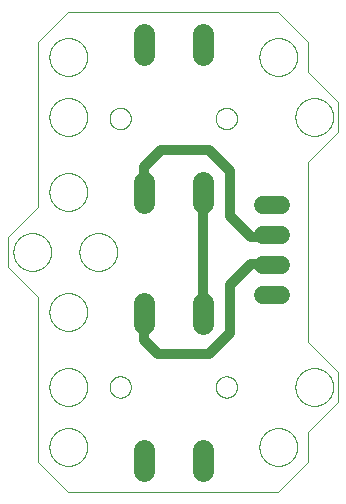
<source format=gtl>
G75*
%MOIN*%
%OFA0B0*%
%FSLAX25Y25*%
%IPPOS*%
%LPD*%
%AMOC8*
5,1,8,0,0,1.08239X$1,22.5*
%
%ADD10C,0.00000*%
%ADD11C,0.07050*%
%ADD12C,0.06000*%
%ADD13C,0.03200*%
D10*
X0097595Y0028933D02*
X0107595Y0018933D01*
X0177595Y0018933D01*
X0187595Y0028933D01*
X0187595Y0038933D01*
X0197595Y0048933D01*
X0197595Y0058933D01*
X0187595Y0068933D01*
X0187595Y0128933D01*
X0197595Y0138933D01*
X0197595Y0148933D01*
X0187595Y0158933D01*
X0187595Y0168933D01*
X0177595Y0178933D01*
X0107556Y0178894D01*
X0097595Y0168894D01*
X0097595Y0113933D01*
X0087595Y0103933D01*
X0087595Y0093933D01*
X0097595Y0083933D01*
X0097595Y0028933D01*
X0101296Y0033933D02*
X0101298Y0034091D01*
X0101304Y0034249D01*
X0101314Y0034407D01*
X0101328Y0034565D01*
X0101346Y0034722D01*
X0101367Y0034879D01*
X0101393Y0035035D01*
X0101423Y0035191D01*
X0101456Y0035346D01*
X0101494Y0035499D01*
X0101535Y0035652D01*
X0101580Y0035804D01*
X0101629Y0035955D01*
X0101682Y0036104D01*
X0101738Y0036252D01*
X0101798Y0036398D01*
X0101862Y0036543D01*
X0101930Y0036686D01*
X0102001Y0036828D01*
X0102075Y0036968D01*
X0102153Y0037105D01*
X0102235Y0037241D01*
X0102319Y0037375D01*
X0102408Y0037506D01*
X0102499Y0037635D01*
X0102594Y0037762D01*
X0102691Y0037887D01*
X0102792Y0038009D01*
X0102896Y0038128D01*
X0103003Y0038245D01*
X0103113Y0038359D01*
X0103226Y0038470D01*
X0103341Y0038579D01*
X0103459Y0038684D01*
X0103580Y0038786D01*
X0103703Y0038886D01*
X0103829Y0038982D01*
X0103957Y0039075D01*
X0104087Y0039165D01*
X0104220Y0039251D01*
X0104355Y0039335D01*
X0104491Y0039414D01*
X0104630Y0039491D01*
X0104771Y0039563D01*
X0104913Y0039633D01*
X0105057Y0039698D01*
X0105203Y0039760D01*
X0105350Y0039818D01*
X0105499Y0039873D01*
X0105649Y0039924D01*
X0105800Y0039971D01*
X0105952Y0040014D01*
X0106105Y0040053D01*
X0106260Y0040089D01*
X0106415Y0040120D01*
X0106571Y0040148D01*
X0106727Y0040172D01*
X0106884Y0040192D01*
X0107042Y0040208D01*
X0107199Y0040220D01*
X0107358Y0040228D01*
X0107516Y0040232D01*
X0107674Y0040232D01*
X0107832Y0040228D01*
X0107991Y0040220D01*
X0108148Y0040208D01*
X0108306Y0040192D01*
X0108463Y0040172D01*
X0108619Y0040148D01*
X0108775Y0040120D01*
X0108930Y0040089D01*
X0109085Y0040053D01*
X0109238Y0040014D01*
X0109390Y0039971D01*
X0109541Y0039924D01*
X0109691Y0039873D01*
X0109840Y0039818D01*
X0109987Y0039760D01*
X0110133Y0039698D01*
X0110277Y0039633D01*
X0110419Y0039563D01*
X0110560Y0039491D01*
X0110699Y0039414D01*
X0110835Y0039335D01*
X0110970Y0039251D01*
X0111103Y0039165D01*
X0111233Y0039075D01*
X0111361Y0038982D01*
X0111487Y0038886D01*
X0111610Y0038786D01*
X0111731Y0038684D01*
X0111849Y0038579D01*
X0111964Y0038470D01*
X0112077Y0038359D01*
X0112187Y0038245D01*
X0112294Y0038128D01*
X0112398Y0038009D01*
X0112499Y0037887D01*
X0112596Y0037762D01*
X0112691Y0037635D01*
X0112782Y0037506D01*
X0112871Y0037375D01*
X0112955Y0037241D01*
X0113037Y0037105D01*
X0113115Y0036968D01*
X0113189Y0036828D01*
X0113260Y0036686D01*
X0113328Y0036543D01*
X0113392Y0036398D01*
X0113452Y0036252D01*
X0113508Y0036104D01*
X0113561Y0035955D01*
X0113610Y0035804D01*
X0113655Y0035652D01*
X0113696Y0035499D01*
X0113734Y0035346D01*
X0113767Y0035191D01*
X0113797Y0035035D01*
X0113823Y0034879D01*
X0113844Y0034722D01*
X0113862Y0034565D01*
X0113876Y0034407D01*
X0113886Y0034249D01*
X0113892Y0034091D01*
X0113894Y0033933D01*
X0113892Y0033775D01*
X0113886Y0033617D01*
X0113876Y0033459D01*
X0113862Y0033301D01*
X0113844Y0033144D01*
X0113823Y0032987D01*
X0113797Y0032831D01*
X0113767Y0032675D01*
X0113734Y0032520D01*
X0113696Y0032367D01*
X0113655Y0032214D01*
X0113610Y0032062D01*
X0113561Y0031911D01*
X0113508Y0031762D01*
X0113452Y0031614D01*
X0113392Y0031468D01*
X0113328Y0031323D01*
X0113260Y0031180D01*
X0113189Y0031038D01*
X0113115Y0030898D01*
X0113037Y0030761D01*
X0112955Y0030625D01*
X0112871Y0030491D01*
X0112782Y0030360D01*
X0112691Y0030231D01*
X0112596Y0030104D01*
X0112499Y0029979D01*
X0112398Y0029857D01*
X0112294Y0029738D01*
X0112187Y0029621D01*
X0112077Y0029507D01*
X0111964Y0029396D01*
X0111849Y0029287D01*
X0111731Y0029182D01*
X0111610Y0029080D01*
X0111487Y0028980D01*
X0111361Y0028884D01*
X0111233Y0028791D01*
X0111103Y0028701D01*
X0110970Y0028615D01*
X0110835Y0028531D01*
X0110699Y0028452D01*
X0110560Y0028375D01*
X0110419Y0028303D01*
X0110277Y0028233D01*
X0110133Y0028168D01*
X0109987Y0028106D01*
X0109840Y0028048D01*
X0109691Y0027993D01*
X0109541Y0027942D01*
X0109390Y0027895D01*
X0109238Y0027852D01*
X0109085Y0027813D01*
X0108930Y0027777D01*
X0108775Y0027746D01*
X0108619Y0027718D01*
X0108463Y0027694D01*
X0108306Y0027674D01*
X0108148Y0027658D01*
X0107991Y0027646D01*
X0107832Y0027638D01*
X0107674Y0027634D01*
X0107516Y0027634D01*
X0107358Y0027638D01*
X0107199Y0027646D01*
X0107042Y0027658D01*
X0106884Y0027674D01*
X0106727Y0027694D01*
X0106571Y0027718D01*
X0106415Y0027746D01*
X0106260Y0027777D01*
X0106105Y0027813D01*
X0105952Y0027852D01*
X0105800Y0027895D01*
X0105649Y0027942D01*
X0105499Y0027993D01*
X0105350Y0028048D01*
X0105203Y0028106D01*
X0105057Y0028168D01*
X0104913Y0028233D01*
X0104771Y0028303D01*
X0104630Y0028375D01*
X0104491Y0028452D01*
X0104355Y0028531D01*
X0104220Y0028615D01*
X0104087Y0028701D01*
X0103957Y0028791D01*
X0103829Y0028884D01*
X0103703Y0028980D01*
X0103580Y0029080D01*
X0103459Y0029182D01*
X0103341Y0029287D01*
X0103226Y0029396D01*
X0103113Y0029507D01*
X0103003Y0029621D01*
X0102896Y0029738D01*
X0102792Y0029857D01*
X0102691Y0029979D01*
X0102594Y0030104D01*
X0102499Y0030231D01*
X0102408Y0030360D01*
X0102319Y0030491D01*
X0102235Y0030625D01*
X0102153Y0030761D01*
X0102075Y0030898D01*
X0102001Y0031038D01*
X0101930Y0031180D01*
X0101862Y0031323D01*
X0101798Y0031468D01*
X0101738Y0031614D01*
X0101682Y0031762D01*
X0101629Y0031911D01*
X0101580Y0032062D01*
X0101535Y0032214D01*
X0101494Y0032367D01*
X0101456Y0032520D01*
X0101423Y0032675D01*
X0101393Y0032831D01*
X0101367Y0032987D01*
X0101346Y0033144D01*
X0101328Y0033301D01*
X0101314Y0033459D01*
X0101304Y0033617D01*
X0101298Y0033775D01*
X0101296Y0033933D01*
X0101296Y0053933D02*
X0101298Y0054091D01*
X0101304Y0054249D01*
X0101314Y0054407D01*
X0101328Y0054565D01*
X0101346Y0054722D01*
X0101367Y0054879D01*
X0101393Y0055035D01*
X0101423Y0055191D01*
X0101456Y0055346D01*
X0101494Y0055499D01*
X0101535Y0055652D01*
X0101580Y0055804D01*
X0101629Y0055955D01*
X0101682Y0056104D01*
X0101738Y0056252D01*
X0101798Y0056398D01*
X0101862Y0056543D01*
X0101930Y0056686D01*
X0102001Y0056828D01*
X0102075Y0056968D01*
X0102153Y0057105D01*
X0102235Y0057241D01*
X0102319Y0057375D01*
X0102408Y0057506D01*
X0102499Y0057635D01*
X0102594Y0057762D01*
X0102691Y0057887D01*
X0102792Y0058009D01*
X0102896Y0058128D01*
X0103003Y0058245D01*
X0103113Y0058359D01*
X0103226Y0058470D01*
X0103341Y0058579D01*
X0103459Y0058684D01*
X0103580Y0058786D01*
X0103703Y0058886D01*
X0103829Y0058982D01*
X0103957Y0059075D01*
X0104087Y0059165D01*
X0104220Y0059251D01*
X0104355Y0059335D01*
X0104491Y0059414D01*
X0104630Y0059491D01*
X0104771Y0059563D01*
X0104913Y0059633D01*
X0105057Y0059698D01*
X0105203Y0059760D01*
X0105350Y0059818D01*
X0105499Y0059873D01*
X0105649Y0059924D01*
X0105800Y0059971D01*
X0105952Y0060014D01*
X0106105Y0060053D01*
X0106260Y0060089D01*
X0106415Y0060120D01*
X0106571Y0060148D01*
X0106727Y0060172D01*
X0106884Y0060192D01*
X0107042Y0060208D01*
X0107199Y0060220D01*
X0107358Y0060228D01*
X0107516Y0060232D01*
X0107674Y0060232D01*
X0107832Y0060228D01*
X0107991Y0060220D01*
X0108148Y0060208D01*
X0108306Y0060192D01*
X0108463Y0060172D01*
X0108619Y0060148D01*
X0108775Y0060120D01*
X0108930Y0060089D01*
X0109085Y0060053D01*
X0109238Y0060014D01*
X0109390Y0059971D01*
X0109541Y0059924D01*
X0109691Y0059873D01*
X0109840Y0059818D01*
X0109987Y0059760D01*
X0110133Y0059698D01*
X0110277Y0059633D01*
X0110419Y0059563D01*
X0110560Y0059491D01*
X0110699Y0059414D01*
X0110835Y0059335D01*
X0110970Y0059251D01*
X0111103Y0059165D01*
X0111233Y0059075D01*
X0111361Y0058982D01*
X0111487Y0058886D01*
X0111610Y0058786D01*
X0111731Y0058684D01*
X0111849Y0058579D01*
X0111964Y0058470D01*
X0112077Y0058359D01*
X0112187Y0058245D01*
X0112294Y0058128D01*
X0112398Y0058009D01*
X0112499Y0057887D01*
X0112596Y0057762D01*
X0112691Y0057635D01*
X0112782Y0057506D01*
X0112871Y0057375D01*
X0112955Y0057241D01*
X0113037Y0057105D01*
X0113115Y0056968D01*
X0113189Y0056828D01*
X0113260Y0056686D01*
X0113328Y0056543D01*
X0113392Y0056398D01*
X0113452Y0056252D01*
X0113508Y0056104D01*
X0113561Y0055955D01*
X0113610Y0055804D01*
X0113655Y0055652D01*
X0113696Y0055499D01*
X0113734Y0055346D01*
X0113767Y0055191D01*
X0113797Y0055035D01*
X0113823Y0054879D01*
X0113844Y0054722D01*
X0113862Y0054565D01*
X0113876Y0054407D01*
X0113886Y0054249D01*
X0113892Y0054091D01*
X0113894Y0053933D01*
X0113892Y0053775D01*
X0113886Y0053617D01*
X0113876Y0053459D01*
X0113862Y0053301D01*
X0113844Y0053144D01*
X0113823Y0052987D01*
X0113797Y0052831D01*
X0113767Y0052675D01*
X0113734Y0052520D01*
X0113696Y0052367D01*
X0113655Y0052214D01*
X0113610Y0052062D01*
X0113561Y0051911D01*
X0113508Y0051762D01*
X0113452Y0051614D01*
X0113392Y0051468D01*
X0113328Y0051323D01*
X0113260Y0051180D01*
X0113189Y0051038D01*
X0113115Y0050898D01*
X0113037Y0050761D01*
X0112955Y0050625D01*
X0112871Y0050491D01*
X0112782Y0050360D01*
X0112691Y0050231D01*
X0112596Y0050104D01*
X0112499Y0049979D01*
X0112398Y0049857D01*
X0112294Y0049738D01*
X0112187Y0049621D01*
X0112077Y0049507D01*
X0111964Y0049396D01*
X0111849Y0049287D01*
X0111731Y0049182D01*
X0111610Y0049080D01*
X0111487Y0048980D01*
X0111361Y0048884D01*
X0111233Y0048791D01*
X0111103Y0048701D01*
X0110970Y0048615D01*
X0110835Y0048531D01*
X0110699Y0048452D01*
X0110560Y0048375D01*
X0110419Y0048303D01*
X0110277Y0048233D01*
X0110133Y0048168D01*
X0109987Y0048106D01*
X0109840Y0048048D01*
X0109691Y0047993D01*
X0109541Y0047942D01*
X0109390Y0047895D01*
X0109238Y0047852D01*
X0109085Y0047813D01*
X0108930Y0047777D01*
X0108775Y0047746D01*
X0108619Y0047718D01*
X0108463Y0047694D01*
X0108306Y0047674D01*
X0108148Y0047658D01*
X0107991Y0047646D01*
X0107832Y0047638D01*
X0107674Y0047634D01*
X0107516Y0047634D01*
X0107358Y0047638D01*
X0107199Y0047646D01*
X0107042Y0047658D01*
X0106884Y0047674D01*
X0106727Y0047694D01*
X0106571Y0047718D01*
X0106415Y0047746D01*
X0106260Y0047777D01*
X0106105Y0047813D01*
X0105952Y0047852D01*
X0105800Y0047895D01*
X0105649Y0047942D01*
X0105499Y0047993D01*
X0105350Y0048048D01*
X0105203Y0048106D01*
X0105057Y0048168D01*
X0104913Y0048233D01*
X0104771Y0048303D01*
X0104630Y0048375D01*
X0104491Y0048452D01*
X0104355Y0048531D01*
X0104220Y0048615D01*
X0104087Y0048701D01*
X0103957Y0048791D01*
X0103829Y0048884D01*
X0103703Y0048980D01*
X0103580Y0049080D01*
X0103459Y0049182D01*
X0103341Y0049287D01*
X0103226Y0049396D01*
X0103113Y0049507D01*
X0103003Y0049621D01*
X0102896Y0049738D01*
X0102792Y0049857D01*
X0102691Y0049979D01*
X0102594Y0050104D01*
X0102499Y0050231D01*
X0102408Y0050360D01*
X0102319Y0050491D01*
X0102235Y0050625D01*
X0102153Y0050761D01*
X0102075Y0050898D01*
X0102001Y0051038D01*
X0101930Y0051180D01*
X0101862Y0051323D01*
X0101798Y0051468D01*
X0101738Y0051614D01*
X0101682Y0051762D01*
X0101629Y0051911D01*
X0101580Y0052062D01*
X0101535Y0052214D01*
X0101494Y0052367D01*
X0101456Y0052520D01*
X0101423Y0052675D01*
X0101393Y0052831D01*
X0101367Y0052987D01*
X0101346Y0053144D01*
X0101328Y0053301D01*
X0101314Y0053459D01*
X0101304Y0053617D01*
X0101298Y0053775D01*
X0101296Y0053933D01*
X0121345Y0053933D02*
X0121347Y0054052D01*
X0121353Y0054170D01*
X0121363Y0054288D01*
X0121377Y0054406D01*
X0121394Y0054523D01*
X0121416Y0054640D01*
X0121442Y0054756D01*
X0121471Y0054871D01*
X0121504Y0054985D01*
X0121541Y0055097D01*
X0121582Y0055209D01*
X0121627Y0055319D01*
X0121675Y0055427D01*
X0121727Y0055534D01*
X0121782Y0055639D01*
X0121841Y0055742D01*
X0121903Y0055843D01*
X0121968Y0055942D01*
X0122037Y0056039D01*
X0122109Y0056133D01*
X0122184Y0056225D01*
X0122262Y0056314D01*
X0122343Y0056401D01*
X0122427Y0056485D01*
X0122514Y0056566D01*
X0122603Y0056644D01*
X0122695Y0056719D01*
X0122789Y0056791D01*
X0122886Y0056860D01*
X0122985Y0056925D01*
X0123086Y0056987D01*
X0123189Y0057046D01*
X0123294Y0057101D01*
X0123401Y0057153D01*
X0123509Y0057201D01*
X0123619Y0057246D01*
X0123731Y0057287D01*
X0123843Y0057324D01*
X0123957Y0057357D01*
X0124072Y0057386D01*
X0124188Y0057412D01*
X0124305Y0057434D01*
X0124422Y0057451D01*
X0124540Y0057465D01*
X0124658Y0057475D01*
X0124776Y0057481D01*
X0124895Y0057483D01*
X0125014Y0057481D01*
X0125132Y0057475D01*
X0125250Y0057465D01*
X0125368Y0057451D01*
X0125485Y0057434D01*
X0125602Y0057412D01*
X0125718Y0057386D01*
X0125833Y0057357D01*
X0125947Y0057324D01*
X0126059Y0057287D01*
X0126171Y0057246D01*
X0126281Y0057201D01*
X0126389Y0057153D01*
X0126496Y0057101D01*
X0126601Y0057046D01*
X0126704Y0056987D01*
X0126805Y0056925D01*
X0126904Y0056860D01*
X0127001Y0056791D01*
X0127095Y0056719D01*
X0127187Y0056644D01*
X0127276Y0056566D01*
X0127363Y0056485D01*
X0127447Y0056401D01*
X0127528Y0056314D01*
X0127606Y0056225D01*
X0127681Y0056133D01*
X0127753Y0056039D01*
X0127822Y0055942D01*
X0127887Y0055843D01*
X0127949Y0055742D01*
X0128008Y0055639D01*
X0128063Y0055534D01*
X0128115Y0055427D01*
X0128163Y0055319D01*
X0128208Y0055209D01*
X0128249Y0055097D01*
X0128286Y0054985D01*
X0128319Y0054871D01*
X0128348Y0054756D01*
X0128374Y0054640D01*
X0128396Y0054523D01*
X0128413Y0054406D01*
X0128427Y0054288D01*
X0128437Y0054170D01*
X0128443Y0054052D01*
X0128445Y0053933D01*
X0128443Y0053814D01*
X0128437Y0053696D01*
X0128427Y0053578D01*
X0128413Y0053460D01*
X0128396Y0053343D01*
X0128374Y0053226D01*
X0128348Y0053110D01*
X0128319Y0052995D01*
X0128286Y0052881D01*
X0128249Y0052769D01*
X0128208Y0052657D01*
X0128163Y0052547D01*
X0128115Y0052439D01*
X0128063Y0052332D01*
X0128008Y0052227D01*
X0127949Y0052124D01*
X0127887Y0052023D01*
X0127822Y0051924D01*
X0127753Y0051827D01*
X0127681Y0051733D01*
X0127606Y0051641D01*
X0127528Y0051552D01*
X0127447Y0051465D01*
X0127363Y0051381D01*
X0127276Y0051300D01*
X0127187Y0051222D01*
X0127095Y0051147D01*
X0127001Y0051075D01*
X0126904Y0051006D01*
X0126805Y0050941D01*
X0126704Y0050879D01*
X0126601Y0050820D01*
X0126496Y0050765D01*
X0126389Y0050713D01*
X0126281Y0050665D01*
X0126171Y0050620D01*
X0126059Y0050579D01*
X0125947Y0050542D01*
X0125833Y0050509D01*
X0125718Y0050480D01*
X0125602Y0050454D01*
X0125485Y0050432D01*
X0125368Y0050415D01*
X0125250Y0050401D01*
X0125132Y0050391D01*
X0125014Y0050385D01*
X0124895Y0050383D01*
X0124776Y0050385D01*
X0124658Y0050391D01*
X0124540Y0050401D01*
X0124422Y0050415D01*
X0124305Y0050432D01*
X0124188Y0050454D01*
X0124072Y0050480D01*
X0123957Y0050509D01*
X0123843Y0050542D01*
X0123731Y0050579D01*
X0123619Y0050620D01*
X0123509Y0050665D01*
X0123401Y0050713D01*
X0123294Y0050765D01*
X0123189Y0050820D01*
X0123086Y0050879D01*
X0122985Y0050941D01*
X0122886Y0051006D01*
X0122789Y0051075D01*
X0122695Y0051147D01*
X0122603Y0051222D01*
X0122514Y0051300D01*
X0122427Y0051381D01*
X0122343Y0051465D01*
X0122262Y0051552D01*
X0122184Y0051641D01*
X0122109Y0051733D01*
X0122037Y0051827D01*
X0121968Y0051924D01*
X0121903Y0052023D01*
X0121841Y0052124D01*
X0121782Y0052227D01*
X0121727Y0052332D01*
X0121675Y0052439D01*
X0121627Y0052547D01*
X0121582Y0052657D01*
X0121541Y0052769D01*
X0121504Y0052881D01*
X0121471Y0052995D01*
X0121442Y0053110D01*
X0121416Y0053226D01*
X0121394Y0053343D01*
X0121377Y0053460D01*
X0121363Y0053578D01*
X0121353Y0053696D01*
X0121347Y0053814D01*
X0121345Y0053933D01*
X0101296Y0078933D02*
X0101298Y0079091D01*
X0101304Y0079249D01*
X0101314Y0079407D01*
X0101328Y0079565D01*
X0101346Y0079722D01*
X0101367Y0079879D01*
X0101393Y0080035D01*
X0101423Y0080191D01*
X0101456Y0080346D01*
X0101494Y0080499D01*
X0101535Y0080652D01*
X0101580Y0080804D01*
X0101629Y0080955D01*
X0101682Y0081104D01*
X0101738Y0081252D01*
X0101798Y0081398D01*
X0101862Y0081543D01*
X0101930Y0081686D01*
X0102001Y0081828D01*
X0102075Y0081968D01*
X0102153Y0082105D01*
X0102235Y0082241D01*
X0102319Y0082375D01*
X0102408Y0082506D01*
X0102499Y0082635D01*
X0102594Y0082762D01*
X0102691Y0082887D01*
X0102792Y0083009D01*
X0102896Y0083128D01*
X0103003Y0083245D01*
X0103113Y0083359D01*
X0103226Y0083470D01*
X0103341Y0083579D01*
X0103459Y0083684D01*
X0103580Y0083786D01*
X0103703Y0083886D01*
X0103829Y0083982D01*
X0103957Y0084075D01*
X0104087Y0084165D01*
X0104220Y0084251D01*
X0104355Y0084335D01*
X0104491Y0084414D01*
X0104630Y0084491D01*
X0104771Y0084563D01*
X0104913Y0084633D01*
X0105057Y0084698D01*
X0105203Y0084760D01*
X0105350Y0084818D01*
X0105499Y0084873D01*
X0105649Y0084924D01*
X0105800Y0084971D01*
X0105952Y0085014D01*
X0106105Y0085053D01*
X0106260Y0085089D01*
X0106415Y0085120D01*
X0106571Y0085148D01*
X0106727Y0085172D01*
X0106884Y0085192D01*
X0107042Y0085208D01*
X0107199Y0085220D01*
X0107358Y0085228D01*
X0107516Y0085232D01*
X0107674Y0085232D01*
X0107832Y0085228D01*
X0107991Y0085220D01*
X0108148Y0085208D01*
X0108306Y0085192D01*
X0108463Y0085172D01*
X0108619Y0085148D01*
X0108775Y0085120D01*
X0108930Y0085089D01*
X0109085Y0085053D01*
X0109238Y0085014D01*
X0109390Y0084971D01*
X0109541Y0084924D01*
X0109691Y0084873D01*
X0109840Y0084818D01*
X0109987Y0084760D01*
X0110133Y0084698D01*
X0110277Y0084633D01*
X0110419Y0084563D01*
X0110560Y0084491D01*
X0110699Y0084414D01*
X0110835Y0084335D01*
X0110970Y0084251D01*
X0111103Y0084165D01*
X0111233Y0084075D01*
X0111361Y0083982D01*
X0111487Y0083886D01*
X0111610Y0083786D01*
X0111731Y0083684D01*
X0111849Y0083579D01*
X0111964Y0083470D01*
X0112077Y0083359D01*
X0112187Y0083245D01*
X0112294Y0083128D01*
X0112398Y0083009D01*
X0112499Y0082887D01*
X0112596Y0082762D01*
X0112691Y0082635D01*
X0112782Y0082506D01*
X0112871Y0082375D01*
X0112955Y0082241D01*
X0113037Y0082105D01*
X0113115Y0081968D01*
X0113189Y0081828D01*
X0113260Y0081686D01*
X0113328Y0081543D01*
X0113392Y0081398D01*
X0113452Y0081252D01*
X0113508Y0081104D01*
X0113561Y0080955D01*
X0113610Y0080804D01*
X0113655Y0080652D01*
X0113696Y0080499D01*
X0113734Y0080346D01*
X0113767Y0080191D01*
X0113797Y0080035D01*
X0113823Y0079879D01*
X0113844Y0079722D01*
X0113862Y0079565D01*
X0113876Y0079407D01*
X0113886Y0079249D01*
X0113892Y0079091D01*
X0113894Y0078933D01*
X0113892Y0078775D01*
X0113886Y0078617D01*
X0113876Y0078459D01*
X0113862Y0078301D01*
X0113844Y0078144D01*
X0113823Y0077987D01*
X0113797Y0077831D01*
X0113767Y0077675D01*
X0113734Y0077520D01*
X0113696Y0077367D01*
X0113655Y0077214D01*
X0113610Y0077062D01*
X0113561Y0076911D01*
X0113508Y0076762D01*
X0113452Y0076614D01*
X0113392Y0076468D01*
X0113328Y0076323D01*
X0113260Y0076180D01*
X0113189Y0076038D01*
X0113115Y0075898D01*
X0113037Y0075761D01*
X0112955Y0075625D01*
X0112871Y0075491D01*
X0112782Y0075360D01*
X0112691Y0075231D01*
X0112596Y0075104D01*
X0112499Y0074979D01*
X0112398Y0074857D01*
X0112294Y0074738D01*
X0112187Y0074621D01*
X0112077Y0074507D01*
X0111964Y0074396D01*
X0111849Y0074287D01*
X0111731Y0074182D01*
X0111610Y0074080D01*
X0111487Y0073980D01*
X0111361Y0073884D01*
X0111233Y0073791D01*
X0111103Y0073701D01*
X0110970Y0073615D01*
X0110835Y0073531D01*
X0110699Y0073452D01*
X0110560Y0073375D01*
X0110419Y0073303D01*
X0110277Y0073233D01*
X0110133Y0073168D01*
X0109987Y0073106D01*
X0109840Y0073048D01*
X0109691Y0072993D01*
X0109541Y0072942D01*
X0109390Y0072895D01*
X0109238Y0072852D01*
X0109085Y0072813D01*
X0108930Y0072777D01*
X0108775Y0072746D01*
X0108619Y0072718D01*
X0108463Y0072694D01*
X0108306Y0072674D01*
X0108148Y0072658D01*
X0107991Y0072646D01*
X0107832Y0072638D01*
X0107674Y0072634D01*
X0107516Y0072634D01*
X0107358Y0072638D01*
X0107199Y0072646D01*
X0107042Y0072658D01*
X0106884Y0072674D01*
X0106727Y0072694D01*
X0106571Y0072718D01*
X0106415Y0072746D01*
X0106260Y0072777D01*
X0106105Y0072813D01*
X0105952Y0072852D01*
X0105800Y0072895D01*
X0105649Y0072942D01*
X0105499Y0072993D01*
X0105350Y0073048D01*
X0105203Y0073106D01*
X0105057Y0073168D01*
X0104913Y0073233D01*
X0104771Y0073303D01*
X0104630Y0073375D01*
X0104491Y0073452D01*
X0104355Y0073531D01*
X0104220Y0073615D01*
X0104087Y0073701D01*
X0103957Y0073791D01*
X0103829Y0073884D01*
X0103703Y0073980D01*
X0103580Y0074080D01*
X0103459Y0074182D01*
X0103341Y0074287D01*
X0103226Y0074396D01*
X0103113Y0074507D01*
X0103003Y0074621D01*
X0102896Y0074738D01*
X0102792Y0074857D01*
X0102691Y0074979D01*
X0102594Y0075104D01*
X0102499Y0075231D01*
X0102408Y0075360D01*
X0102319Y0075491D01*
X0102235Y0075625D01*
X0102153Y0075761D01*
X0102075Y0075898D01*
X0102001Y0076038D01*
X0101930Y0076180D01*
X0101862Y0076323D01*
X0101798Y0076468D01*
X0101738Y0076614D01*
X0101682Y0076762D01*
X0101629Y0076911D01*
X0101580Y0077062D01*
X0101535Y0077214D01*
X0101494Y0077367D01*
X0101456Y0077520D01*
X0101423Y0077675D01*
X0101393Y0077831D01*
X0101367Y0077987D01*
X0101346Y0078144D01*
X0101328Y0078301D01*
X0101314Y0078459D01*
X0101304Y0078617D01*
X0101298Y0078775D01*
X0101296Y0078933D01*
X0089296Y0098933D02*
X0089298Y0099091D01*
X0089304Y0099249D01*
X0089314Y0099407D01*
X0089328Y0099565D01*
X0089346Y0099722D01*
X0089367Y0099879D01*
X0089393Y0100035D01*
X0089423Y0100191D01*
X0089456Y0100346D01*
X0089494Y0100499D01*
X0089535Y0100652D01*
X0089580Y0100804D01*
X0089629Y0100955D01*
X0089682Y0101104D01*
X0089738Y0101252D01*
X0089798Y0101398D01*
X0089862Y0101543D01*
X0089930Y0101686D01*
X0090001Y0101828D01*
X0090075Y0101968D01*
X0090153Y0102105D01*
X0090235Y0102241D01*
X0090319Y0102375D01*
X0090408Y0102506D01*
X0090499Y0102635D01*
X0090594Y0102762D01*
X0090691Y0102887D01*
X0090792Y0103009D01*
X0090896Y0103128D01*
X0091003Y0103245D01*
X0091113Y0103359D01*
X0091226Y0103470D01*
X0091341Y0103579D01*
X0091459Y0103684D01*
X0091580Y0103786D01*
X0091703Y0103886D01*
X0091829Y0103982D01*
X0091957Y0104075D01*
X0092087Y0104165D01*
X0092220Y0104251D01*
X0092355Y0104335D01*
X0092491Y0104414D01*
X0092630Y0104491D01*
X0092771Y0104563D01*
X0092913Y0104633D01*
X0093057Y0104698D01*
X0093203Y0104760D01*
X0093350Y0104818D01*
X0093499Y0104873D01*
X0093649Y0104924D01*
X0093800Y0104971D01*
X0093952Y0105014D01*
X0094105Y0105053D01*
X0094260Y0105089D01*
X0094415Y0105120D01*
X0094571Y0105148D01*
X0094727Y0105172D01*
X0094884Y0105192D01*
X0095042Y0105208D01*
X0095199Y0105220D01*
X0095358Y0105228D01*
X0095516Y0105232D01*
X0095674Y0105232D01*
X0095832Y0105228D01*
X0095991Y0105220D01*
X0096148Y0105208D01*
X0096306Y0105192D01*
X0096463Y0105172D01*
X0096619Y0105148D01*
X0096775Y0105120D01*
X0096930Y0105089D01*
X0097085Y0105053D01*
X0097238Y0105014D01*
X0097390Y0104971D01*
X0097541Y0104924D01*
X0097691Y0104873D01*
X0097840Y0104818D01*
X0097987Y0104760D01*
X0098133Y0104698D01*
X0098277Y0104633D01*
X0098419Y0104563D01*
X0098560Y0104491D01*
X0098699Y0104414D01*
X0098835Y0104335D01*
X0098970Y0104251D01*
X0099103Y0104165D01*
X0099233Y0104075D01*
X0099361Y0103982D01*
X0099487Y0103886D01*
X0099610Y0103786D01*
X0099731Y0103684D01*
X0099849Y0103579D01*
X0099964Y0103470D01*
X0100077Y0103359D01*
X0100187Y0103245D01*
X0100294Y0103128D01*
X0100398Y0103009D01*
X0100499Y0102887D01*
X0100596Y0102762D01*
X0100691Y0102635D01*
X0100782Y0102506D01*
X0100871Y0102375D01*
X0100955Y0102241D01*
X0101037Y0102105D01*
X0101115Y0101968D01*
X0101189Y0101828D01*
X0101260Y0101686D01*
X0101328Y0101543D01*
X0101392Y0101398D01*
X0101452Y0101252D01*
X0101508Y0101104D01*
X0101561Y0100955D01*
X0101610Y0100804D01*
X0101655Y0100652D01*
X0101696Y0100499D01*
X0101734Y0100346D01*
X0101767Y0100191D01*
X0101797Y0100035D01*
X0101823Y0099879D01*
X0101844Y0099722D01*
X0101862Y0099565D01*
X0101876Y0099407D01*
X0101886Y0099249D01*
X0101892Y0099091D01*
X0101894Y0098933D01*
X0101892Y0098775D01*
X0101886Y0098617D01*
X0101876Y0098459D01*
X0101862Y0098301D01*
X0101844Y0098144D01*
X0101823Y0097987D01*
X0101797Y0097831D01*
X0101767Y0097675D01*
X0101734Y0097520D01*
X0101696Y0097367D01*
X0101655Y0097214D01*
X0101610Y0097062D01*
X0101561Y0096911D01*
X0101508Y0096762D01*
X0101452Y0096614D01*
X0101392Y0096468D01*
X0101328Y0096323D01*
X0101260Y0096180D01*
X0101189Y0096038D01*
X0101115Y0095898D01*
X0101037Y0095761D01*
X0100955Y0095625D01*
X0100871Y0095491D01*
X0100782Y0095360D01*
X0100691Y0095231D01*
X0100596Y0095104D01*
X0100499Y0094979D01*
X0100398Y0094857D01*
X0100294Y0094738D01*
X0100187Y0094621D01*
X0100077Y0094507D01*
X0099964Y0094396D01*
X0099849Y0094287D01*
X0099731Y0094182D01*
X0099610Y0094080D01*
X0099487Y0093980D01*
X0099361Y0093884D01*
X0099233Y0093791D01*
X0099103Y0093701D01*
X0098970Y0093615D01*
X0098835Y0093531D01*
X0098699Y0093452D01*
X0098560Y0093375D01*
X0098419Y0093303D01*
X0098277Y0093233D01*
X0098133Y0093168D01*
X0097987Y0093106D01*
X0097840Y0093048D01*
X0097691Y0092993D01*
X0097541Y0092942D01*
X0097390Y0092895D01*
X0097238Y0092852D01*
X0097085Y0092813D01*
X0096930Y0092777D01*
X0096775Y0092746D01*
X0096619Y0092718D01*
X0096463Y0092694D01*
X0096306Y0092674D01*
X0096148Y0092658D01*
X0095991Y0092646D01*
X0095832Y0092638D01*
X0095674Y0092634D01*
X0095516Y0092634D01*
X0095358Y0092638D01*
X0095199Y0092646D01*
X0095042Y0092658D01*
X0094884Y0092674D01*
X0094727Y0092694D01*
X0094571Y0092718D01*
X0094415Y0092746D01*
X0094260Y0092777D01*
X0094105Y0092813D01*
X0093952Y0092852D01*
X0093800Y0092895D01*
X0093649Y0092942D01*
X0093499Y0092993D01*
X0093350Y0093048D01*
X0093203Y0093106D01*
X0093057Y0093168D01*
X0092913Y0093233D01*
X0092771Y0093303D01*
X0092630Y0093375D01*
X0092491Y0093452D01*
X0092355Y0093531D01*
X0092220Y0093615D01*
X0092087Y0093701D01*
X0091957Y0093791D01*
X0091829Y0093884D01*
X0091703Y0093980D01*
X0091580Y0094080D01*
X0091459Y0094182D01*
X0091341Y0094287D01*
X0091226Y0094396D01*
X0091113Y0094507D01*
X0091003Y0094621D01*
X0090896Y0094738D01*
X0090792Y0094857D01*
X0090691Y0094979D01*
X0090594Y0095104D01*
X0090499Y0095231D01*
X0090408Y0095360D01*
X0090319Y0095491D01*
X0090235Y0095625D01*
X0090153Y0095761D01*
X0090075Y0095898D01*
X0090001Y0096038D01*
X0089930Y0096180D01*
X0089862Y0096323D01*
X0089798Y0096468D01*
X0089738Y0096614D01*
X0089682Y0096762D01*
X0089629Y0096911D01*
X0089580Y0097062D01*
X0089535Y0097214D01*
X0089494Y0097367D01*
X0089456Y0097520D01*
X0089423Y0097675D01*
X0089393Y0097831D01*
X0089367Y0097987D01*
X0089346Y0098144D01*
X0089328Y0098301D01*
X0089314Y0098459D01*
X0089304Y0098617D01*
X0089298Y0098775D01*
X0089296Y0098933D01*
X0101296Y0118933D02*
X0101298Y0119091D01*
X0101304Y0119249D01*
X0101314Y0119407D01*
X0101328Y0119565D01*
X0101346Y0119722D01*
X0101367Y0119879D01*
X0101393Y0120035D01*
X0101423Y0120191D01*
X0101456Y0120346D01*
X0101494Y0120499D01*
X0101535Y0120652D01*
X0101580Y0120804D01*
X0101629Y0120955D01*
X0101682Y0121104D01*
X0101738Y0121252D01*
X0101798Y0121398D01*
X0101862Y0121543D01*
X0101930Y0121686D01*
X0102001Y0121828D01*
X0102075Y0121968D01*
X0102153Y0122105D01*
X0102235Y0122241D01*
X0102319Y0122375D01*
X0102408Y0122506D01*
X0102499Y0122635D01*
X0102594Y0122762D01*
X0102691Y0122887D01*
X0102792Y0123009D01*
X0102896Y0123128D01*
X0103003Y0123245D01*
X0103113Y0123359D01*
X0103226Y0123470D01*
X0103341Y0123579D01*
X0103459Y0123684D01*
X0103580Y0123786D01*
X0103703Y0123886D01*
X0103829Y0123982D01*
X0103957Y0124075D01*
X0104087Y0124165D01*
X0104220Y0124251D01*
X0104355Y0124335D01*
X0104491Y0124414D01*
X0104630Y0124491D01*
X0104771Y0124563D01*
X0104913Y0124633D01*
X0105057Y0124698D01*
X0105203Y0124760D01*
X0105350Y0124818D01*
X0105499Y0124873D01*
X0105649Y0124924D01*
X0105800Y0124971D01*
X0105952Y0125014D01*
X0106105Y0125053D01*
X0106260Y0125089D01*
X0106415Y0125120D01*
X0106571Y0125148D01*
X0106727Y0125172D01*
X0106884Y0125192D01*
X0107042Y0125208D01*
X0107199Y0125220D01*
X0107358Y0125228D01*
X0107516Y0125232D01*
X0107674Y0125232D01*
X0107832Y0125228D01*
X0107991Y0125220D01*
X0108148Y0125208D01*
X0108306Y0125192D01*
X0108463Y0125172D01*
X0108619Y0125148D01*
X0108775Y0125120D01*
X0108930Y0125089D01*
X0109085Y0125053D01*
X0109238Y0125014D01*
X0109390Y0124971D01*
X0109541Y0124924D01*
X0109691Y0124873D01*
X0109840Y0124818D01*
X0109987Y0124760D01*
X0110133Y0124698D01*
X0110277Y0124633D01*
X0110419Y0124563D01*
X0110560Y0124491D01*
X0110699Y0124414D01*
X0110835Y0124335D01*
X0110970Y0124251D01*
X0111103Y0124165D01*
X0111233Y0124075D01*
X0111361Y0123982D01*
X0111487Y0123886D01*
X0111610Y0123786D01*
X0111731Y0123684D01*
X0111849Y0123579D01*
X0111964Y0123470D01*
X0112077Y0123359D01*
X0112187Y0123245D01*
X0112294Y0123128D01*
X0112398Y0123009D01*
X0112499Y0122887D01*
X0112596Y0122762D01*
X0112691Y0122635D01*
X0112782Y0122506D01*
X0112871Y0122375D01*
X0112955Y0122241D01*
X0113037Y0122105D01*
X0113115Y0121968D01*
X0113189Y0121828D01*
X0113260Y0121686D01*
X0113328Y0121543D01*
X0113392Y0121398D01*
X0113452Y0121252D01*
X0113508Y0121104D01*
X0113561Y0120955D01*
X0113610Y0120804D01*
X0113655Y0120652D01*
X0113696Y0120499D01*
X0113734Y0120346D01*
X0113767Y0120191D01*
X0113797Y0120035D01*
X0113823Y0119879D01*
X0113844Y0119722D01*
X0113862Y0119565D01*
X0113876Y0119407D01*
X0113886Y0119249D01*
X0113892Y0119091D01*
X0113894Y0118933D01*
X0113892Y0118775D01*
X0113886Y0118617D01*
X0113876Y0118459D01*
X0113862Y0118301D01*
X0113844Y0118144D01*
X0113823Y0117987D01*
X0113797Y0117831D01*
X0113767Y0117675D01*
X0113734Y0117520D01*
X0113696Y0117367D01*
X0113655Y0117214D01*
X0113610Y0117062D01*
X0113561Y0116911D01*
X0113508Y0116762D01*
X0113452Y0116614D01*
X0113392Y0116468D01*
X0113328Y0116323D01*
X0113260Y0116180D01*
X0113189Y0116038D01*
X0113115Y0115898D01*
X0113037Y0115761D01*
X0112955Y0115625D01*
X0112871Y0115491D01*
X0112782Y0115360D01*
X0112691Y0115231D01*
X0112596Y0115104D01*
X0112499Y0114979D01*
X0112398Y0114857D01*
X0112294Y0114738D01*
X0112187Y0114621D01*
X0112077Y0114507D01*
X0111964Y0114396D01*
X0111849Y0114287D01*
X0111731Y0114182D01*
X0111610Y0114080D01*
X0111487Y0113980D01*
X0111361Y0113884D01*
X0111233Y0113791D01*
X0111103Y0113701D01*
X0110970Y0113615D01*
X0110835Y0113531D01*
X0110699Y0113452D01*
X0110560Y0113375D01*
X0110419Y0113303D01*
X0110277Y0113233D01*
X0110133Y0113168D01*
X0109987Y0113106D01*
X0109840Y0113048D01*
X0109691Y0112993D01*
X0109541Y0112942D01*
X0109390Y0112895D01*
X0109238Y0112852D01*
X0109085Y0112813D01*
X0108930Y0112777D01*
X0108775Y0112746D01*
X0108619Y0112718D01*
X0108463Y0112694D01*
X0108306Y0112674D01*
X0108148Y0112658D01*
X0107991Y0112646D01*
X0107832Y0112638D01*
X0107674Y0112634D01*
X0107516Y0112634D01*
X0107358Y0112638D01*
X0107199Y0112646D01*
X0107042Y0112658D01*
X0106884Y0112674D01*
X0106727Y0112694D01*
X0106571Y0112718D01*
X0106415Y0112746D01*
X0106260Y0112777D01*
X0106105Y0112813D01*
X0105952Y0112852D01*
X0105800Y0112895D01*
X0105649Y0112942D01*
X0105499Y0112993D01*
X0105350Y0113048D01*
X0105203Y0113106D01*
X0105057Y0113168D01*
X0104913Y0113233D01*
X0104771Y0113303D01*
X0104630Y0113375D01*
X0104491Y0113452D01*
X0104355Y0113531D01*
X0104220Y0113615D01*
X0104087Y0113701D01*
X0103957Y0113791D01*
X0103829Y0113884D01*
X0103703Y0113980D01*
X0103580Y0114080D01*
X0103459Y0114182D01*
X0103341Y0114287D01*
X0103226Y0114396D01*
X0103113Y0114507D01*
X0103003Y0114621D01*
X0102896Y0114738D01*
X0102792Y0114857D01*
X0102691Y0114979D01*
X0102594Y0115104D01*
X0102499Y0115231D01*
X0102408Y0115360D01*
X0102319Y0115491D01*
X0102235Y0115625D01*
X0102153Y0115761D01*
X0102075Y0115898D01*
X0102001Y0116038D01*
X0101930Y0116180D01*
X0101862Y0116323D01*
X0101798Y0116468D01*
X0101738Y0116614D01*
X0101682Y0116762D01*
X0101629Y0116911D01*
X0101580Y0117062D01*
X0101535Y0117214D01*
X0101494Y0117367D01*
X0101456Y0117520D01*
X0101423Y0117675D01*
X0101393Y0117831D01*
X0101367Y0117987D01*
X0101346Y0118144D01*
X0101328Y0118301D01*
X0101314Y0118459D01*
X0101304Y0118617D01*
X0101298Y0118775D01*
X0101296Y0118933D01*
X0111296Y0098933D02*
X0111298Y0099091D01*
X0111304Y0099249D01*
X0111314Y0099407D01*
X0111328Y0099565D01*
X0111346Y0099722D01*
X0111367Y0099879D01*
X0111393Y0100035D01*
X0111423Y0100191D01*
X0111456Y0100346D01*
X0111494Y0100499D01*
X0111535Y0100652D01*
X0111580Y0100804D01*
X0111629Y0100955D01*
X0111682Y0101104D01*
X0111738Y0101252D01*
X0111798Y0101398D01*
X0111862Y0101543D01*
X0111930Y0101686D01*
X0112001Y0101828D01*
X0112075Y0101968D01*
X0112153Y0102105D01*
X0112235Y0102241D01*
X0112319Y0102375D01*
X0112408Y0102506D01*
X0112499Y0102635D01*
X0112594Y0102762D01*
X0112691Y0102887D01*
X0112792Y0103009D01*
X0112896Y0103128D01*
X0113003Y0103245D01*
X0113113Y0103359D01*
X0113226Y0103470D01*
X0113341Y0103579D01*
X0113459Y0103684D01*
X0113580Y0103786D01*
X0113703Y0103886D01*
X0113829Y0103982D01*
X0113957Y0104075D01*
X0114087Y0104165D01*
X0114220Y0104251D01*
X0114355Y0104335D01*
X0114491Y0104414D01*
X0114630Y0104491D01*
X0114771Y0104563D01*
X0114913Y0104633D01*
X0115057Y0104698D01*
X0115203Y0104760D01*
X0115350Y0104818D01*
X0115499Y0104873D01*
X0115649Y0104924D01*
X0115800Y0104971D01*
X0115952Y0105014D01*
X0116105Y0105053D01*
X0116260Y0105089D01*
X0116415Y0105120D01*
X0116571Y0105148D01*
X0116727Y0105172D01*
X0116884Y0105192D01*
X0117042Y0105208D01*
X0117199Y0105220D01*
X0117358Y0105228D01*
X0117516Y0105232D01*
X0117674Y0105232D01*
X0117832Y0105228D01*
X0117991Y0105220D01*
X0118148Y0105208D01*
X0118306Y0105192D01*
X0118463Y0105172D01*
X0118619Y0105148D01*
X0118775Y0105120D01*
X0118930Y0105089D01*
X0119085Y0105053D01*
X0119238Y0105014D01*
X0119390Y0104971D01*
X0119541Y0104924D01*
X0119691Y0104873D01*
X0119840Y0104818D01*
X0119987Y0104760D01*
X0120133Y0104698D01*
X0120277Y0104633D01*
X0120419Y0104563D01*
X0120560Y0104491D01*
X0120699Y0104414D01*
X0120835Y0104335D01*
X0120970Y0104251D01*
X0121103Y0104165D01*
X0121233Y0104075D01*
X0121361Y0103982D01*
X0121487Y0103886D01*
X0121610Y0103786D01*
X0121731Y0103684D01*
X0121849Y0103579D01*
X0121964Y0103470D01*
X0122077Y0103359D01*
X0122187Y0103245D01*
X0122294Y0103128D01*
X0122398Y0103009D01*
X0122499Y0102887D01*
X0122596Y0102762D01*
X0122691Y0102635D01*
X0122782Y0102506D01*
X0122871Y0102375D01*
X0122955Y0102241D01*
X0123037Y0102105D01*
X0123115Y0101968D01*
X0123189Y0101828D01*
X0123260Y0101686D01*
X0123328Y0101543D01*
X0123392Y0101398D01*
X0123452Y0101252D01*
X0123508Y0101104D01*
X0123561Y0100955D01*
X0123610Y0100804D01*
X0123655Y0100652D01*
X0123696Y0100499D01*
X0123734Y0100346D01*
X0123767Y0100191D01*
X0123797Y0100035D01*
X0123823Y0099879D01*
X0123844Y0099722D01*
X0123862Y0099565D01*
X0123876Y0099407D01*
X0123886Y0099249D01*
X0123892Y0099091D01*
X0123894Y0098933D01*
X0123892Y0098775D01*
X0123886Y0098617D01*
X0123876Y0098459D01*
X0123862Y0098301D01*
X0123844Y0098144D01*
X0123823Y0097987D01*
X0123797Y0097831D01*
X0123767Y0097675D01*
X0123734Y0097520D01*
X0123696Y0097367D01*
X0123655Y0097214D01*
X0123610Y0097062D01*
X0123561Y0096911D01*
X0123508Y0096762D01*
X0123452Y0096614D01*
X0123392Y0096468D01*
X0123328Y0096323D01*
X0123260Y0096180D01*
X0123189Y0096038D01*
X0123115Y0095898D01*
X0123037Y0095761D01*
X0122955Y0095625D01*
X0122871Y0095491D01*
X0122782Y0095360D01*
X0122691Y0095231D01*
X0122596Y0095104D01*
X0122499Y0094979D01*
X0122398Y0094857D01*
X0122294Y0094738D01*
X0122187Y0094621D01*
X0122077Y0094507D01*
X0121964Y0094396D01*
X0121849Y0094287D01*
X0121731Y0094182D01*
X0121610Y0094080D01*
X0121487Y0093980D01*
X0121361Y0093884D01*
X0121233Y0093791D01*
X0121103Y0093701D01*
X0120970Y0093615D01*
X0120835Y0093531D01*
X0120699Y0093452D01*
X0120560Y0093375D01*
X0120419Y0093303D01*
X0120277Y0093233D01*
X0120133Y0093168D01*
X0119987Y0093106D01*
X0119840Y0093048D01*
X0119691Y0092993D01*
X0119541Y0092942D01*
X0119390Y0092895D01*
X0119238Y0092852D01*
X0119085Y0092813D01*
X0118930Y0092777D01*
X0118775Y0092746D01*
X0118619Y0092718D01*
X0118463Y0092694D01*
X0118306Y0092674D01*
X0118148Y0092658D01*
X0117991Y0092646D01*
X0117832Y0092638D01*
X0117674Y0092634D01*
X0117516Y0092634D01*
X0117358Y0092638D01*
X0117199Y0092646D01*
X0117042Y0092658D01*
X0116884Y0092674D01*
X0116727Y0092694D01*
X0116571Y0092718D01*
X0116415Y0092746D01*
X0116260Y0092777D01*
X0116105Y0092813D01*
X0115952Y0092852D01*
X0115800Y0092895D01*
X0115649Y0092942D01*
X0115499Y0092993D01*
X0115350Y0093048D01*
X0115203Y0093106D01*
X0115057Y0093168D01*
X0114913Y0093233D01*
X0114771Y0093303D01*
X0114630Y0093375D01*
X0114491Y0093452D01*
X0114355Y0093531D01*
X0114220Y0093615D01*
X0114087Y0093701D01*
X0113957Y0093791D01*
X0113829Y0093884D01*
X0113703Y0093980D01*
X0113580Y0094080D01*
X0113459Y0094182D01*
X0113341Y0094287D01*
X0113226Y0094396D01*
X0113113Y0094507D01*
X0113003Y0094621D01*
X0112896Y0094738D01*
X0112792Y0094857D01*
X0112691Y0094979D01*
X0112594Y0095104D01*
X0112499Y0095231D01*
X0112408Y0095360D01*
X0112319Y0095491D01*
X0112235Y0095625D01*
X0112153Y0095761D01*
X0112075Y0095898D01*
X0112001Y0096038D01*
X0111930Y0096180D01*
X0111862Y0096323D01*
X0111798Y0096468D01*
X0111738Y0096614D01*
X0111682Y0096762D01*
X0111629Y0096911D01*
X0111580Y0097062D01*
X0111535Y0097214D01*
X0111494Y0097367D01*
X0111456Y0097520D01*
X0111423Y0097675D01*
X0111393Y0097831D01*
X0111367Y0097987D01*
X0111346Y0098144D01*
X0111328Y0098301D01*
X0111314Y0098459D01*
X0111304Y0098617D01*
X0111298Y0098775D01*
X0111296Y0098933D01*
X0101296Y0143933D02*
X0101298Y0144091D01*
X0101304Y0144249D01*
X0101314Y0144407D01*
X0101328Y0144565D01*
X0101346Y0144722D01*
X0101367Y0144879D01*
X0101393Y0145035D01*
X0101423Y0145191D01*
X0101456Y0145346D01*
X0101494Y0145499D01*
X0101535Y0145652D01*
X0101580Y0145804D01*
X0101629Y0145955D01*
X0101682Y0146104D01*
X0101738Y0146252D01*
X0101798Y0146398D01*
X0101862Y0146543D01*
X0101930Y0146686D01*
X0102001Y0146828D01*
X0102075Y0146968D01*
X0102153Y0147105D01*
X0102235Y0147241D01*
X0102319Y0147375D01*
X0102408Y0147506D01*
X0102499Y0147635D01*
X0102594Y0147762D01*
X0102691Y0147887D01*
X0102792Y0148009D01*
X0102896Y0148128D01*
X0103003Y0148245D01*
X0103113Y0148359D01*
X0103226Y0148470D01*
X0103341Y0148579D01*
X0103459Y0148684D01*
X0103580Y0148786D01*
X0103703Y0148886D01*
X0103829Y0148982D01*
X0103957Y0149075D01*
X0104087Y0149165D01*
X0104220Y0149251D01*
X0104355Y0149335D01*
X0104491Y0149414D01*
X0104630Y0149491D01*
X0104771Y0149563D01*
X0104913Y0149633D01*
X0105057Y0149698D01*
X0105203Y0149760D01*
X0105350Y0149818D01*
X0105499Y0149873D01*
X0105649Y0149924D01*
X0105800Y0149971D01*
X0105952Y0150014D01*
X0106105Y0150053D01*
X0106260Y0150089D01*
X0106415Y0150120D01*
X0106571Y0150148D01*
X0106727Y0150172D01*
X0106884Y0150192D01*
X0107042Y0150208D01*
X0107199Y0150220D01*
X0107358Y0150228D01*
X0107516Y0150232D01*
X0107674Y0150232D01*
X0107832Y0150228D01*
X0107991Y0150220D01*
X0108148Y0150208D01*
X0108306Y0150192D01*
X0108463Y0150172D01*
X0108619Y0150148D01*
X0108775Y0150120D01*
X0108930Y0150089D01*
X0109085Y0150053D01*
X0109238Y0150014D01*
X0109390Y0149971D01*
X0109541Y0149924D01*
X0109691Y0149873D01*
X0109840Y0149818D01*
X0109987Y0149760D01*
X0110133Y0149698D01*
X0110277Y0149633D01*
X0110419Y0149563D01*
X0110560Y0149491D01*
X0110699Y0149414D01*
X0110835Y0149335D01*
X0110970Y0149251D01*
X0111103Y0149165D01*
X0111233Y0149075D01*
X0111361Y0148982D01*
X0111487Y0148886D01*
X0111610Y0148786D01*
X0111731Y0148684D01*
X0111849Y0148579D01*
X0111964Y0148470D01*
X0112077Y0148359D01*
X0112187Y0148245D01*
X0112294Y0148128D01*
X0112398Y0148009D01*
X0112499Y0147887D01*
X0112596Y0147762D01*
X0112691Y0147635D01*
X0112782Y0147506D01*
X0112871Y0147375D01*
X0112955Y0147241D01*
X0113037Y0147105D01*
X0113115Y0146968D01*
X0113189Y0146828D01*
X0113260Y0146686D01*
X0113328Y0146543D01*
X0113392Y0146398D01*
X0113452Y0146252D01*
X0113508Y0146104D01*
X0113561Y0145955D01*
X0113610Y0145804D01*
X0113655Y0145652D01*
X0113696Y0145499D01*
X0113734Y0145346D01*
X0113767Y0145191D01*
X0113797Y0145035D01*
X0113823Y0144879D01*
X0113844Y0144722D01*
X0113862Y0144565D01*
X0113876Y0144407D01*
X0113886Y0144249D01*
X0113892Y0144091D01*
X0113894Y0143933D01*
X0113892Y0143775D01*
X0113886Y0143617D01*
X0113876Y0143459D01*
X0113862Y0143301D01*
X0113844Y0143144D01*
X0113823Y0142987D01*
X0113797Y0142831D01*
X0113767Y0142675D01*
X0113734Y0142520D01*
X0113696Y0142367D01*
X0113655Y0142214D01*
X0113610Y0142062D01*
X0113561Y0141911D01*
X0113508Y0141762D01*
X0113452Y0141614D01*
X0113392Y0141468D01*
X0113328Y0141323D01*
X0113260Y0141180D01*
X0113189Y0141038D01*
X0113115Y0140898D01*
X0113037Y0140761D01*
X0112955Y0140625D01*
X0112871Y0140491D01*
X0112782Y0140360D01*
X0112691Y0140231D01*
X0112596Y0140104D01*
X0112499Y0139979D01*
X0112398Y0139857D01*
X0112294Y0139738D01*
X0112187Y0139621D01*
X0112077Y0139507D01*
X0111964Y0139396D01*
X0111849Y0139287D01*
X0111731Y0139182D01*
X0111610Y0139080D01*
X0111487Y0138980D01*
X0111361Y0138884D01*
X0111233Y0138791D01*
X0111103Y0138701D01*
X0110970Y0138615D01*
X0110835Y0138531D01*
X0110699Y0138452D01*
X0110560Y0138375D01*
X0110419Y0138303D01*
X0110277Y0138233D01*
X0110133Y0138168D01*
X0109987Y0138106D01*
X0109840Y0138048D01*
X0109691Y0137993D01*
X0109541Y0137942D01*
X0109390Y0137895D01*
X0109238Y0137852D01*
X0109085Y0137813D01*
X0108930Y0137777D01*
X0108775Y0137746D01*
X0108619Y0137718D01*
X0108463Y0137694D01*
X0108306Y0137674D01*
X0108148Y0137658D01*
X0107991Y0137646D01*
X0107832Y0137638D01*
X0107674Y0137634D01*
X0107516Y0137634D01*
X0107358Y0137638D01*
X0107199Y0137646D01*
X0107042Y0137658D01*
X0106884Y0137674D01*
X0106727Y0137694D01*
X0106571Y0137718D01*
X0106415Y0137746D01*
X0106260Y0137777D01*
X0106105Y0137813D01*
X0105952Y0137852D01*
X0105800Y0137895D01*
X0105649Y0137942D01*
X0105499Y0137993D01*
X0105350Y0138048D01*
X0105203Y0138106D01*
X0105057Y0138168D01*
X0104913Y0138233D01*
X0104771Y0138303D01*
X0104630Y0138375D01*
X0104491Y0138452D01*
X0104355Y0138531D01*
X0104220Y0138615D01*
X0104087Y0138701D01*
X0103957Y0138791D01*
X0103829Y0138884D01*
X0103703Y0138980D01*
X0103580Y0139080D01*
X0103459Y0139182D01*
X0103341Y0139287D01*
X0103226Y0139396D01*
X0103113Y0139507D01*
X0103003Y0139621D01*
X0102896Y0139738D01*
X0102792Y0139857D01*
X0102691Y0139979D01*
X0102594Y0140104D01*
X0102499Y0140231D01*
X0102408Y0140360D01*
X0102319Y0140491D01*
X0102235Y0140625D01*
X0102153Y0140761D01*
X0102075Y0140898D01*
X0102001Y0141038D01*
X0101930Y0141180D01*
X0101862Y0141323D01*
X0101798Y0141468D01*
X0101738Y0141614D01*
X0101682Y0141762D01*
X0101629Y0141911D01*
X0101580Y0142062D01*
X0101535Y0142214D01*
X0101494Y0142367D01*
X0101456Y0142520D01*
X0101423Y0142675D01*
X0101393Y0142831D01*
X0101367Y0142987D01*
X0101346Y0143144D01*
X0101328Y0143301D01*
X0101314Y0143459D01*
X0101304Y0143617D01*
X0101298Y0143775D01*
X0101296Y0143933D01*
X0121345Y0143433D02*
X0121347Y0143552D01*
X0121353Y0143670D01*
X0121363Y0143788D01*
X0121377Y0143906D01*
X0121394Y0144023D01*
X0121416Y0144140D01*
X0121442Y0144256D01*
X0121471Y0144371D01*
X0121504Y0144485D01*
X0121541Y0144597D01*
X0121582Y0144709D01*
X0121627Y0144819D01*
X0121675Y0144927D01*
X0121727Y0145034D01*
X0121782Y0145139D01*
X0121841Y0145242D01*
X0121903Y0145343D01*
X0121968Y0145442D01*
X0122037Y0145539D01*
X0122109Y0145633D01*
X0122184Y0145725D01*
X0122262Y0145814D01*
X0122343Y0145901D01*
X0122427Y0145985D01*
X0122514Y0146066D01*
X0122603Y0146144D01*
X0122695Y0146219D01*
X0122789Y0146291D01*
X0122886Y0146360D01*
X0122985Y0146425D01*
X0123086Y0146487D01*
X0123189Y0146546D01*
X0123294Y0146601D01*
X0123401Y0146653D01*
X0123509Y0146701D01*
X0123619Y0146746D01*
X0123731Y0146787D01*
X0123843Y0146824D01*
X0123957Y0146857D01*
X0124072Y0146886D01*
X0124188Y0146912D01*
X0124305Y0146934D01*
X0124422Y0146951D01*
X0124540Y0146965D01*
X0124658Y0146975D01*
X0124776Y0146981D01*
X0124895Y0146983D01*
X0125014Y0146981D01*
X0125132Y0146975D01*
X0125250Y0146965D01*
X0125368Y0146951D01*
X0125485Y0146934D01*
X0125602Y0146912D01*
X0125718Y0146886D01*
X0125833Y0146857D01*
X0125947Y0146824D01*
X0126059Y0146787D01*
X0126171Y0146746D01*
X0126281Y0146701D01*
X0126389Y0146653D01*
X0126496Y0146601D01*
X0126601Y0146546D01*
X0126704Y0146487D01*
X0126805Y0146425D01*
X0126904Y0146360D01*
X0127001Y0146291D01*
X0127095Y0146219D01*
X0127187Y0146144D01*
X0127276Y0146066D01*
X0127363Y0145985D01*
X0127447Y0145901D01*
X0127528Y0145814D01*
X0127606Y0145725D01*
X0127681Y0145633D01*
X0127753Y0145539D01*
X0127822Y0145442D01*
X0127887Y0145343D01*
X0127949Y0145242D01*
X0128008Y0145139D01*
X0128063Y0145034D01*
X0128115Y0144927D01*
X0128163Y0144819D01*
X0128208Y0144709D01*
X0128249Y0144597D01*
X0128286Y0144485D01*
X0128319Y0144371D01*
X0128348Y0144256D01*
X0128374Y0144140D01*
X0128396Y0144023D01*
X0128413Y0143906D01*
X0128427Y0143788D01*
X0128437Y0143670D01*
X0128443Y0143552D01*
X0128445Y0143433D01*
X0128443Y0143314D01*
X0128437Y0143196D01*
X0128427Y0143078D01*
X0128413Y0142960D01*
X0128396Y0142843D01*
X0128374Y0142726D01*
X0128348Y0142610D01*
X0128319Y0142495D01*
X0128286Y0142381D01*
X0128249Y0142269D01*
X0128208Y0142157D01*
X0128163Y0142047D01*
X0128115Y0141939D01*
X0128063Y0141832D01*
X0128008Y0141727D01*
X0127949Y0141624D01*
X0127887Y0141523D01*
X0127822Y0141424D01*
X0127753Y0141327D01*
X0127681Y0141233D01*
X0127606Y0141141D01*
X0127528Y0141052D01*
X0127447Y0140965D01*
X0127363Y0140881D01*
X0127276Y0140800D01*
X0127187Y0140722D01*
X0127095Y0140647D01*
X0127001Y0140575D01*
X0126904Y0140506D01*
X0126805Y0140441D01*
X0126704Y0140379D01*
X0126601Y0140320D01*
X0126496Y0140265D01*
X0126389Y0140213D01*
X0126281Y0140165D01*
X0126171Y0140120D01*
X0126059Y0140079D01*
X0125947Y0140042D01*
X0125833Y0140009D01*
X0125718Y0139980D01*
X0125602Y0139954D01*
X0125485Y0139932D01*
X0125368Y0139915D01*
X0125250Y0139901D01*
X0125132Y0139891D01*
X0125014Y0139885D01*
X0124895Y0139883D01*
X0124776Y0139885D01*
X0124658Y0139891D01*
X0124540Y0139901D01*
X0124422Y0139915D01*
X0124305Y0139932D01*
X0124188Y0139954D01*
X0124072Y0139980D01*
X0123957Y0140009D01*
X0123843Y0140042D01*
X0123731Y0140079D01*
X0123619Y0140120D01*
X0123509Y0140165D01*
X0123401Y0140213D01*
X0123294Y0140265D01*
X0123189Y0140320D01*
X0123086Y0140379D01*
X0122985Y0140441D01*
X0122886Y0140506D01*
X0122789Y0140575D01*
X0122695Y0140647D01*
X0122603Y0140722D01*
X0122514Y0140800D01*
X0122427Y0140881D01*
X0122343Y0140965D01*
X0122262Y0141052D01*
X0122184Y0141141D01*
X0122109Y0141233D01*
X0122037Y0141327D01*
X0121968Y0141424D01*
X0121903Y0141523D01*
X0121841Y0141624D01*
X0121782Y0141727D01*
X0121727Y0141832D01*
X0121675Y0141939D01*
X0121627Y0142047D01*
X0121582Y0142157D01*
X0121541Y0142269D01*
X0121504Y0142381D01*
X0121471Y0142495D01*
X0121442Y0142610D01*
X0121416Y0142726D01*
X0121394Y0142843D01*
X0121377Y0142960D01*
X0121363Y0143078D01*
X0121353Y0143196D01*
X0121347Y0143314D01*
X0121345Y0143433D01*
X0101296Y0163933D02*
X0101298Y0164091D01*
X0101304Y0164249D01*
X0101314Y0164407D01*
X0101328Y0164565D01*
X0101346Y0164722D01*
X0101367Y0164879D01*
X0101393Y0165035D01*
X0101423Y0165191D01*
X0101456Y0165346D01*
X0101494Y0165499D01*
X0101535Y0165652D01*
X0101580Y0165804D01*
X0101629Y0165955D01*
X0101682Y0166104D01*
X0101738Y0166252D01*
X0101798Y0166398D01*
X0101862Y0166543D01*
X0101930Y0166686D01*
X0102001Y0166828D01*
X0102075Y0166968D01*
X0102153Y0167105D01*
X0102235Y0167241D01*
X0102319Y0167375D01*
X0102408Y0167506D01*
X0102499Y0167635D01*
X0102594Y0167762D01*
X0102691Y0167887D01*
X0102792Y0168009D01*
X0102896Y0168128D01*
X0103003Y0168245D01*
X0103113Y0168359D01*
X0103226Y0168470D01*
X0103341Y0168579D01*
X0103459Y0168684D01*
X0103580Y0168786D01*
X0103703Y0168886D01*
X0103829Y0168982D01*
X0103957Y0169075D01*
X0104087Y0169165D01*
X0104220Y0169251D01*
X0104355Y0169335D01*
X0104491Y0169414D01*
X0104630Y0169491D01*
X0104771Y0169563D01*
X0104913Y0169633D01*
X0105057Y0169698D01*
X0105203Y0169760D01*
X0105350Y0169818D01*
X0105499Y0169873D01*
X0105649Y0169924D01*
X0105800Y0169971D01*
X0105952Y0170014D01*
X0106105Y0170053D01*
X0106260Y0170089D01*
X0106415Y0170120D01*
X0106571Y0170148D01*
X0106727Y0170172D01*
X0106884Y0170192D01*
X0107042Y0170208D01*
X0107199Y0170220D01*
X0107358Y0170228D01*
X0107516Y0170232D01*
X0107674Y0170232D01*
X0107832Y0170228D01*
X0107991Y0170220D01*
X0108148Y0170208D01*
X0108306Y0170192D01*
X0108463Y0170172D01*
X0108619Y0170148D01*
X0108775Y0170120D01*
X0108930Y0170089D01*
X0109085Y0170053D01*
X0109238Y0170014D01*
X0109390Y0169971D01*
X0109541Y0169924D01*
X0109691Y0169873D01*
X0109840Y0169818D01*
X0109987Y0169760D01*
X0110133Y0169698D01*
X0110277Y0169633D01*
X0110419Y0169563D01*
X0110560Y0169491D01*
X0110699Y0169414D01*
X0110835Y0169335D01*
X0110970Y0169251D01*
X0111103Y0169165D01*
X0111233Y0169075D01*
X0111361Y0168982D01*
X0111487Y0168886D01*
X0111610Y0168786D01*
X0111731Y0168684D01*
X0111849Y0168579D01*
X0111964Y0168470D01*
X0112077Y0168359D01*
X0112187Y0168245D01*
X0112294Y0168128D01*
X0112398Y0168009D01*
X0112499Y0167887D01*
X0112596Y0167762D01*
X0112691Y0167635D01*
X0112782Y0167506D01*
X0112871Y0167375D01*
X0112955Y0167241D01*
X0113037Y0167105D01*
X0113115Y0166968D01*
X0113189Y0166828D01*
X0113260Y0166686D01*
X0113328Y0166543D01*
X0113392Y0166398D01*
X0113452Y0166252D01*
X0113508Y0166104D01*
X0113561Y0165955D01*
X0113610Y0165804D01*
X0113655Y0165652D01*
X0113696Y0165499D01*
X0113734Y0165346D01*
X0113767Y0165191D01*
X0113797Y0165035D01*
X0113823Y0164879D01*
X0113844Y0164722D01*
X0113862Y0164565D01*
X0113876Y0164407D01*
X0113886Y0164249D01*
X0113892Y0164091D01*
X0113894Y0163933D01*
X0113892Y0163775D01*
X0113886Y0163617D01*
X0113876Y0163459D01*
X0113862Y0163301D01*
X0113844Y0163144D01*
X0113823Y0162987D01*
X0113797Y0162831D01*
X0113767Y0162675D01*
X0113734Y0162520D01*
X0113696Y0162367D01*
X0113655Y0162214D01*
X0113610Y0162062D01*
X0113561Y0161911D01*
X0113508Y0161762D01*
X0113452Y0161614D01*
X0113392Y0161468D01*
X0113328Y0161323D01*
X0113260Y0161180D01*
X0113189Y0161038D01*
X0113115Y0160898D01*
X0113037Y0160761D01*
X0112955Y0160625D01*
X0112871Y0160491D01*
X0112782Y0160360D01*
X0112691Y0160231D01*
X0112596Y0160104D01*
X0112499Y0159979D01*
X0112398Y0159857D01*
X0112294Y0159738D01*
X0112187Y0159621D01*
X0112077Y0159507D01*
X0111964Y0159396D01*
X0111849Y0159287D01*
X0111731Y0159182D01*
X0111610Y0159080D01*
X0111487Y0158980D01*
X0111361Y0158884D01*
X0111233Y0158791D01*
X0111103Y0158701D01*
X0110970Y0158615D01*
X0110835Y0158531D01*
X0110699Y0158452D01*
X0110560Y0158375D01*
X0110419Y0158303D01*
X0110277Y0158233D01*
X0110133Y0158168D01*
X0109987Y0158106D01*
X0109840Y0158048D01*
X0109691Y0157993D01*
X0109541Y0157942D01*
X0109390Y0157895D01*
X0109238Y0157852D01*
X0109085Y0157813D01*
X0108930Y0157777D01*
X0108775Y0157746D01*
X0108619Y0157718D01*
X0108463Y0157694D01*
X0108306Y0157674D01*
X0108148Y0157658D01*
X0107991Y0157646D01*
X0107832Y0157638D01*
X0107674Y0157634D01*
X0107516Y0157634D01*
X0107358Y0157638D01*
X0107199Y0157646D01*
X0107042Y0157658D01*
X0106884Y0157674D01*
X0106727Y0157694D01*
X0106571Y0157718D01*
X0106415Y0157746D01*
X0106260Y0157777D01*
X0106105Y0157813D01*
X0105952Y0157852D01*
X0105800Y0157895D01*
X0105649Y0157942D01*
X0105499Y0157993D01*
X0105350Y0158048D01*
X0105203Y0158106D01*
X0105057Y0158168D01*
X0104913Y0158233D01*
X0104771Y0158303D01*
X0104630Y0158375D01*
X0104491Y0158452D01*
X0104355Y0158531D01*
X0104220Y0158615D01*
X0104087Y0158701D01*
X0103957Y0158791D01*
X0103829Y0158884D01*
X0103703Y0158980D01*
X0103580Y0159080D01*
X0103459Y0159182D01*
X0103341Y0159287D01*
X0103226Y0159396D01*
X0103113Y0159507D01*
X0103003Y0159621D01*
X0102896Y0159738D01*
X0102792Y0159857D01*
X0102691Y0159979D01*
X0102594Y0160104D01*
X0102499Y0160231D01*
X0102408Y0160360D01*
X0102319Y0160491D01*
X0102235Y0160625D01*
X0102153Y0160761D01*
X0102075Y0160898D01*
X0102001Y0161038D01*
X0101930Y0161180D01*
X0101862Y0161323D01*
X0101798Y0161468D01*
X0101738Y0161614D01*
X0101682Y0161762D01*
X0101629Y0161911D01*
X0101580Y0162062D01*
X0101535Y0162214D01*
X0101494Y0162367D01*
X0101456Y0162520D01*
X0101423Y0162675D01*
X0101393Y0162831D01*
X0101367Y0162987D01*
X0101346Y0163144D01*
X0101328Y0163301D01*
X0101314Y0163459D01*
X0101304Y0163617D01*
X0101298Y0163775D01*
X0101296Y0163933D01*
X0156745Y0143433D02*
X0156747Y0143552D01*
X0156753Y0143670D01*
X0156763Y0143788D01*
X0156777Y0143906D01*
X0156794Y0144023D01*
X0156816Y0144140D01*
X0156842Y0144256D01*
X0156871Y0144371D01*
X0156904Y0144485D01*
X0156941Y0144597D01*
X0156982Y0144709D01*
X0157027Y0144819D01*
X0157075Y0144927D01*
X0157127Y0145034D01*
X0157182Y0145139D01*
X0157241Y0145242D01*
X0157303Y0145343D01*
X0157368Y0145442D01*
X0157437Y0145539D01*
X0157509Y0145633D01*
X0157584Y0145725D01*
X0157662Y0145814D01*
X0157743Y0145901D01*
X0157827Y0145985D01*
X0157914Y0146066D01*
X0158003Y0146144D01*
X0158095Y0146219D01*
X0158189Y0146291D01*
X0158286Y0146360D01*
X0158385Y0146425D01*
X0158486Y0146487D01*
X0158589Y0146546D01*
X0158694Y0146601D01*
X0158801Y0146653D01*
X0158909Y0146701D01*
X0159019Y0146746D01*
X0159131Y0146787D01*
X0159243Y0146824D01*
X0159357Y0146857D01*
X0159472Y0146886D01*
X0159588Y0146912D01*
X0159705Y0146934D01*
X0159822Y0146951D01*
X0159940Y0146965D01*
X0160058Y0146975D01*
X0160176Y0146981D01*
X0160295Y0146983D01*
X0160414Y0146981D01*
X0160532Y0146975D01*
X0160650Y0146965D01*
X0160768Y0146951D01*
X0160885Y0146934D01*
X0161002Y0146912D01*
X0161118Y0146886D01*
X0161233Y0146857D01*
X0161347Y0146824D01*
X0161459Y0146787D01*
X0161571Y0146746D01*
X0161681Y0146701D01*
X0161789Y0146653D01*
X0161896Y0146601D01*
X0162001Y0146546D01*
X0162104Y0146487D01*
X0162205Y0146425D01*
X0162304Y0146360D01*
X0162401Y0146291D01*
X0162495Y0146219D01*
X0162587Y0146144D01*
X0162676Y0146066D01*
X0162763Y0145985D01*
X0162847Y0145901D01*
X0162928Y0145814D01*
X0163006Y0145725D01*
X0163081Y0145633D01*
X0163153Y0145539D01*
X0163222Y0145442D01*
X0163287Y0145343D01*
X0163349Y0145242D01*
X0163408Y0145139D01*
X0163463Y0145034D01*
X0163515Y0144927D01*
X0163563Y0144819D01*
X0163608Y0144709D01*
X0163649Y0144597D01*
X0163686Y0144485D01*
X0163719Y0144371D01*
X0163748Y0144256D01*
X0163774Y0144140D01*
X0163796Y0144023D01*
X0163813Y0143906D01*
X0163827Y0143788D01*
X0163837Y0143670D01*
X0163843Y0143552D01*
X0163845Y0143433D01*
X0163843Y0143314D01*
X0163837Y0143196D01*
X0163827Y0143078D01*
X0163813Y0142960D01*
X0163796Y0142843D01*
X0163774Y0142726D01*
X0163748Y0142610D01*
X0163719Y0142495D01*
X0163686Y0142381D01*
X0163649Y0142269D01*
X0163608Y0142157D01*
X0163563Y0142047D01*
X0163515Y0141939D01*
X0163463Y0141832D01*
X0163408Y0141727D01*
X0163349Y0141624D01*
X0163287Y0141523D01*
X0163222Y0141424D01*
X0163153Y0141327D01*
X0163081Y0141233D01*
X0163006Y0141141D01*
X0162928Y0141052D01*
X0162847Y0140965D01*
X0162763Y0140881D01*
X0162676Y0140800D01*
X0162587Y0140722D01*
X0162495Y0140647D01*
X0162401Y0140575D01*
X0162304Y0140506D01*
X0162205Y0140441D01*
X0162104Y0140379D01*
X0162001Y0140320D01*
X0161896Y0140265D01*
X0161789Y0140213D01*
X0161681Y0140165D01*
X0161571Y0140120D01*
X0161459Y0140079D01*
X0161347Y0140042D01*
X0161233Y0140009D01*
X0161118Y0139980D01*
X0161002Y0139954D01*
X0160885Y0139932D01*
X0160768Y0139915D01*
X0160650Y0139901D01*
X0160532Y0139891D01*
X0160414Y0139885D01*
X0160295Y0139883D01*
X0160176Y0139885D01*
X0160058Y0139891D01*
X0159940Y0139901D01*
X0159822Y0139915D01*
X0159705Y0139932D01*
X0159588Y0139954D01*
X0159472Y0139980D01*
X0159357Y0140009D01*
X0159243Y0140042D01*
X0159131Y0140079D01*
X0159019Y0140120D01*
X0158909Y0140165D01*
X0158801Y0140213D01*
X0158694Y0140265D01*
X0158589Y0140320D01*
X0158486Y0140379D01*
X0158385Y0140441D01*
X0158286Y0140506D01*
X0158189Y0140575D01*
X0158095Y0140647D01*
X0158003Y0140722D01*
X0157914Y0140800D01*
X0157827Y0140881D01*
X0157743Y0140965D01*
X0157662Y0141052D01*
X0157584Y0141141D01*
X0157509Y0141233D01*
X0157437Y0141327D01*
X0157368Y0141424D01*
X0157303Y0141523D01*
X0157241Y0141624D01*
X0157182Y0141727D01*
X0157127Y0141832D01*
X0157075Y0141939D01*
X0157027Y0142047D01*
X0156982Y0142157D01*
X0156941Y0142269D01*
X0156904Y0142381D01*
X0156871Y0142495D01*
X0156842Y0142610D01*
X0156816Y0142726D01*
X0156794Y0142843D01*
X0156777Y0142960D01*
X0156763Y0143078D01*
X0156753Y0143196D01*
X0156747Y0143314D01*
X0156745Y0143433D01*
X0171296Y0163933D02*
X0171298Y0164091D01*
X0171304Y0164249D01*
X0171314Y0164407D01*
X0171328Y0164565D01*
X0171346Y0164722D01*
X0171367Y0164879D01*
X0171393Y0165035D01*
X0171423Y0165191D01*
X0171456Y0165346D01*
X0171494Y0165499D01*
X0171535Y0165652D01*
X0171580Y0165804D01*
X0171629Y0165955D01*
X0171682Y0166104D01*
X0171738Y0166252D01*
X0171798Y0166398D01*
X0171862Y0166543D01*
X0171930Y0166686D01*
X0172001Y0166828D01*
X0172075Y0166968D01*
X0172153Y0167105D01*
X0172235Y0167241D01*
X0172319Y0167375D01*
X0172408Y0167506D01*
X0172499Y0167635D01*
X0172594Y0167762D01*
X0172691Y0167887D01*
X0172792Y0168009D01*
X0172896Y0168128D01*
X0173003Y0168245D01*
X0173113Y0168359D01*
X0173226Y0168470D01*
X0173341Y0168579D01*
X0173459Y0168684D01*
X0173580Y0168786D01*
X0173703Y0168886D01*
X0173829Y0168982D01*
X0173957Y0169075D01*
X0174087Y0169165D01*
X0174220Y0169251D01*
X0174355Y0169335D01*
X0174491Y0169414D01*
X0174630Y0169491D01*
X0174771Y0169563D01*
X0174913Y0169633D01*
X0175057Y0169698D01*
X0175203Y0169760D01*
X0175350Y0169818D01*
X0175499Y0169873D01*
X0175649Y0169924D01*
X0175800Y0169971D01*
X0175952Y0170014D01*
X0176105Y0170053D01*
X0176260Y0170089D01*
X0176415Y0170120D01*
X0176571Y0170148D01*
X0176727Y0170172D01*
X0176884Y0170192D01*
X0177042Y0170208D01*
X0177199Y0170220D01*
X0177358Y0170228D01*
X0177516Y0170232D01*
X0177674Y0170232D01*
X0177832Y0170228D01*
X0177991Y0170220D01*
X0178148Y0170208D01*
X0178306Y0170192D01*
X0178463Y0170172D01*
X0178619Y0170148D01*
X0178775Y0170120D01*
X0178930Y0170089D01*
X0179085Y0170053D01*
X0179238Y0170014D01*
X0179390Y0169971D01*
X0179541Y0169924D01*
X0179691Y0169873D01*
X0179840Y0169818D01*
X0179987Y0169760D01*
X0180133Y0169698D01*
X0180277Y0169633D01*
X0180419Y0169563D01*
X0180560Y0169491D01*
X0180699Y0169414D01*
X0180835Y0169335D01*
X0180970Y0169251D01*
X0181103Y0169165D01*
X0181233Y0169075D01*
X0181361Y0168982D01*
X0181487Y0168886D01*
X0181610Y0168786D01*
X0181731Y0168684D01*
X0181849Y0168579D01*
X0181964Y0168470D01*
X0182077Y0168359D01*
X0182187Y0168245D01*
X0182294Y0168128D01*
X0182398Y0168009D01*
X0182499Y0167887D01*
X0182596Y0167762D01*
X0182691Y0167635D01*
X0182782Y0167506D01*
X0182871Y0167375D01*
X0182955Y0167241D01*
X0183037Y0167105D01*
X0183115Y0166968D01*
X0183189Y0166828D01*
X0183260Y0166686D01*
X0183328Y0166543D01*
X0183392Y0166398D01*
X0183452Y0166252D01*
X0183508Y0166104D01*
X0183561Y0165955D01*
X0183610Y0165804D01*
X0183655Y0165652D01*
X0183696Y0165499D01*
X0183734Y0165346D01*
X0183767Y0165191D01*
X0183797Y0165035D01*
X0183823Y0164879D01*
X0183844Y0164722D01*
X0183862Y0164565D01*
X0183876Y0164407D01*
X0183886Y0164249D01*
X0183892Y0164091D01*
X0183894Y0163933D01*
X0183892Y0163775D01*
X0183886Y0163617D01*
X0183876Y0163459D01*
X0183862Y0163301D01*
X0183844Y0163144D01*
X0183823Y0162987D01*
X0183797Y0162831D01*
X0183767Y0162675D01*
X0183734Y0162520D01*
X0183696Y0162367D01*
X0183655Y0162214D01*
X0183610Y0162062D01*
X0183561Y0161911D01*
X0183508Y0161762D01*
X0183452Y0161614D01*
X0183392Y0161468D01*
X0183328Y0161323D01*
X0183260Y0161180D01*
X0183189Y0161038D01*
X0183115Y0160898D01*
X0183037Y0160761D01*
X0182955Y0160625D01*
X0182871Y0160491D01*
X0182782Y0160360D01*
X0182691Y0160231D01*
X0182596Y0160104D01*
X0182499Y0159979D01*
X0182398Y0159857D01*
X0182294Y0159738D01*
X0182187Y0159621D01*
X0182077Y0159507D01*
X0181964Y0159396D01*
X0181849Y0159287D01*
X0181731Y0159182D01*
X0181610Y0159080D01*
X0181487Y0158980D01*
X0181361Y0158884D01*
X0181233Y0158791D01*
X0181103Y0158701D01*
X0180970Y0158615D01*
X0180835Y0158531D01*
X0180699Y0158452D01*
X0180560Y0158375D01*
X0180419Y0158303D01*
X0180277Y0158233D01*
X0180133Y0158168D01*
X0179987Y0158106D01*
X0179840Y0158048D01*
X0179691Y0157993D01*
X0179541Y0157942D01*
X0179390Y0157895D01*
X0179238Y0157852D01*
X0179085Y0157813D01*
X0178930Y0157777D01*
X0178775Y0157746D01*
X0178619Y0157718D01*
X0178463Y0157694D01*
X0178306Y0157674D01*
X0178148Y0157658D01*
X0177991Y0157646D01*
X0177832Y0157638D01*
X0177674Y0157634D01*
X0177516Y0157634D01*
X0177358Y0157638D01*
X0177199Y0157646D01*
X0177042Y0157658D01*
X0176884Y0157674D01*
X0176727Y0157694D01*
X0176571Y0157718D01*
X0176415Y0157746D01*
X0176260Y0157777D01*
X0176105Y0157813D01*
X0175952Y0157852D01*
X0175800Y0157895D01*
X0175649Y0157942D01*
X0175499Y0157993D01*
X0175350Y0158048D01*
X0175203Y0158106D01*
X0175057Y0158168D01*
X0174913Y0158233D01*
X0174771Y0158303D01*
X0174630Y0158375D01*
X0174491Y0158452D01*
X0174355Y0158531D01*
X0174220Y0158615D01*
X0174087Y0158701D01*
X0173957Y0158791D01*
X0173829Y0158884D01*
X0173703Y0158980D01*
X0173580Y0159080D01*
X0173459Y0159182D01*
X0173341Y0159287D01*
X0173226Y0159396D01*
X0173113Y0159507D01*
X0173003Y0159621D01*
X0172896Y0159738D01*
X0172792Y0159857D01*
X0172691Y0159979D01*
X0172594Y0160104D01*
X0172499Y0160231D01*
X0172408Y0160360D01*
X0172319Y0160491D01*
X0172235Y0160625D01*
X0172153Y0160761D01*
X0172075Y0160898D01*
X0172001Y0161038D01*
X0171930Y0161180D01*
X0171862Y0161323D01*
X0171798Y0161468D01*
X0171738Y0161614D01*
X0171682Y0161762D01*
X0171629Y0161911D01*
X0171580Y0162062D01*
X0171535Y0162214D01*
X0171494Y0162367D01*
X0171456Y0162520D01*
X0171423Y0162675D01*
X0171393Y0162831D01*
X0171367Y0162987D01*
X0171346Y0163144D01*
X0171328Y0163301D01*
X0171314Y0163459D01*
X0171304Y0163617D01*
X0171298Y0163775D01*
X0171296Y0163933D01*
X0183296Y0143933D02*
X0183298Y0144091D01*
X0183304Y0144249D01*
X0183314Y0144407D01*
X0183328Y0144565D01*
X0183346Y0144722D01*
X0183367Y0144879D01*
X0183393Y0145035D01*
X0183423Y0145191D01*
X0183456Y0145346D01*
X0183494Y0145499D01*
X0183535Y0145652D01*
X0183580Y0145804D01*
X0183629Y0145955D01*
X0183682Y0146104D01*
X0183738Y0146252D01*
X0183798Y0146398D01*
X0183862Y0146543D01*
X0183930Y0146686D01*
X0184001Y0146828D01*
X0184075Y0146968D01*
X0184153Y0147105D01*
X0184235Y0147241D01*
X0184319Y0147375D01*
X0184408Y0147506D01*
X0184499Y0147635D01*
X0184594Y0147762D01*
X0184691Y0147887D01*
X0184792Y0148009D01*
X0184896Y0148128D01*
X0185003Y0148245D01*
X0185113Y0148359D01*
X0185226Y0148470D01*
X0185341Y0148579D01*
X0185459Y0148684D01*
X0185580Y0148786D01*
X0185703Y0148886D01*
X0185829Y0148982D01*
X0185957Y0149075D01*
X0186087Y0149165D01*
X0186220Y0149251D01*
X0186355Y0149335D01*
X0186491Y0149414D01*
X0186630Y0149491D01*
X0186771Y0149563D01*
X0186913Y0149633D01*
X0187057Y0149698D01*
X0187203Y0149760D01*
X0187350Y0149818D01*
X0187499Y0149873D01*
X0187649Y0149924D01*
X0187800Y0149971D01*
X0187952Y0150014D01*
X0188105Y0150053D01*
X0188260Y0150089D01*
X0188415Y0150120D01*
X0188571Y0150148D01*
X0188727Y0150172D01*
X0188884Y0150192D01*
X0189042Y0150208D01*
X0189199Y0150220D01*
X0189358Y0150228D01*
X0189516Y0150232D01*
X0189674Y0150232D01*
X0189832Y0150228D01*
X0189991Y0150220D01*
X0190148Y0150208D01*
X0190306Y0150192D01*
X0190463Y0150172D01*
X0190619Y0150148D01*
X0190775Y0150120D01*
X0190930Y0150089D01*
X0191085Y0150053D01*
X0191238Y0150014D01*
X0191390Y0149971D01*
X0191541Y0149924D01*
X0191691Y0149873D01*
X0191840Y0149818D01*
X0191987Y0149760D01*
X0192133Y0149698D01*
X0192277Y0149633D01*
X0192419Y0149563D01*
X0192560Y0149491D01*
X0192699Y0149414D01*
X0192835Y0149335D01*
X0192970Y0149251D01*
X0193103Y0149165D01*
X0193233Y0149075D01*
X0193361Y0148982D01*
X0193487Y0148886D01*
X0193610Y0148786D01*
X0193731Y0148684D01*
X0193849Y0148579D01*
X0193964Y0148470D01*
X0194077Y0148359D01*
X0194187Y0148245D01*
X0194294Y0148128D01*
X0194398Y0148009D01*
X0194499Y0147887D01*
X0194596Y0147762D01*
X0194691Y0147635D01*
X0194782Y0147506D01*
X0194871Y0147375D01*
X0194955Y0147241D01*
X0195037Y0147105D01*
X0195115Y0146968D01*
X0195189Y0146828D01*
X0195260Y0146686D01*
X0195328Y0146543D01*
X0195392Y0146398D01*
X0195452Y0146252D01*
X0195508Y0146104D01*
X0195561Y0145955D01*
X0195610Y0145804D01*
X0195655Y0145652D01*
X0195696Y0145499D01*
X0195734Y0145346D01*
X0195767Y0145191D01*
X0195797Y0145035D01*
X0195823Y0144879D01*
X0195844Y0144722D01*
X0195862Y0144565D01*
X0195876Y0144407D01*
X0195886Y0144249D01*
X0195892Y0144091D01*
X0195894Y0143933D01*
X0195892Y0143775D01*
X0195886Y0143617D01*
X0195876Y0143459D01*
X0195862Y0143301D01*
X0195844Y0143144D01*
X0195823Y0142987D01*
X0195797Y0142831D01*
X0195767Y0142675D01*
X0195734Y0142520D01*
X0195696Y0142367D01*
X0195655Y0142214D01*
X0195610Y0142062D01*
X0195561Y0141911D01*
X0195508Y0141762D01*
X0195452Y0141614D01*
X0195392Y0141468D01*
X0195328Y0141323D01*
X0195260Y0141180D01*
X0195189Y0141038D01*
X0195115Y0140898D01*
X0195037Y0140761D01*
X0194955Y0140625D01*
X0194871Y0140491D01*
X0194782Y0140360D01*
X0194691Y0140231D01*
X0194596Y0140104D01*
X0194499Y0139979D01*
X0194398Y0139857D01*
X0194294Y0139738D01*
X0194187Y0139621D01*
X0194077Y0139507D01*
X0193964Y0139396D01*
X0193849Y0139287D01*
X0193731Y0139182D01*
X0193610Y0139080D01*
X0193487Y0138980D01*
X0193361Y0138884D01*
X0193233Y0138791D01*
X0193103Y0138701D01*
X0192970Y0138615D01*
X0192835Y0138531D01*
X0192699Y0138452D01*
X0192560Y0138375D01*
X0192419Y0138303D01*
X0192277Y0138233D01*
X0192133Y0138168D01*
X0191987Y0138106D01*
X0191840Y0138048D01*
X0191691Y0137993D01*
X0191541Y0137942D01*
X0191390Y0137895D01*
X0191238Y0137852D01*
X0191085Y0137813D01*
X0190930Y0137777D01*
X0190775Y0137746D01*
X0190619Y0137718D01*
X0190463Y0137694D01*
X0190306Y0137674D01*
X0190148Y0137658D01*
X0189991Y0137646D01*
X0189832Y0137638D01*
X0189674Y0137634D01*
X0189516Y0137634D01*
X0189358Y0137638D01*
X0189199Y0137646D01*
X0189042Y0137658D01*
X0188884Y0137674D01*
X0188727Y0137694D01*
X0188571Y0137718D01*
X0188415Y0137746D01*
X0188260Y0137777D01*
X0188105Y0137813D01*
X0187952Y0137852D01*
X0187800Y0137895D01*
X0187649Y0137942D01*
X0187499Y0137993D01*
X0187350Y0138048D01*
X0187203Y0138106D01*
X0187057Y0138168D01*
X0186913Y0138233D01*
X0186771Y0138303D01*
X0186630Y0138375D01*
X0186491Y0138452D01*
X0186355Y0138531D01*
X0186220Y0138615D01*
X0186087Y0138701D01*
X0185957Y0138791D01*
X0185829Y0138884D01*
X0185703Y0138980D01*
X0185580Y0139080D01*
X0185459Y0139182D01*
X0185341Y0139287D01*
X0185226Y0139396D01*
X0185113Y0139507D01*
X0185003Y0139621D01*
X0184896Y0139738D01*
X0184792Y0139857D01*
X0184691Y0139979D01*
X0184594Y0140104D01*
X0184499Y0140231D01*
X0184408Y0140360D01*
X0184319Y0140491D01*
X0184235Y0140625D01*
X0184153Y0140761D01*
X0184075Y0140898D01*
X0184001Y0141038D01*
X0183930Y0141180D01*
X0183862Y0141323D01*
X0183798Y0141468D01*
X0183738Y0141614D01*
X0183682Y0141762D01*
X0183629Y0141911D01*
X0183580Y0142062D01*
X0183535Y0142214D01*
X0183494Y0142367D01*
X0183456Y0142520D01*
X0183423Y0142675D01*
X0183393Y0142831D01*
X0183367Y0142987D01*
X0183346Y0143144D01*
X0183328Y0143301D01*
X0183314Y0143459D01*
X0183304Y0143617D01*
X0183298Y0143775D01*
X0183296Y0143933D01*
X0183296Y0053933D02*
X0183298Y0054091D01*
X0183304Y0054249D01*
X0183314Y0054407D01*
X0183328Y0054565D01*
X0183346Y0054722D01*
X0183367Y0054879D01*
X0183393Y0055035D01*
X0183423Y0055191D01*
X0183456Y0055346D01*
X0183494Y0055499D01*
X0183535Y0055652D01*
X0183580Y0055804D01*
X0183629Y0055955D01*
X0183682Y0056104D01*
X0183738Y0056252D01*
X0183798Y0056398D01*
X0183862Y0056543D01*
X0183930Y0056686D01*
X0184001Y0056828D01*
X0184075Y0056968D01*
X0184153Y0057105D01*
X0184235Y0057241D01*
X0184319Y0057375D01*
X0184408Y0057506D01*
X0184499Y0057635D01*
X0184594Y0057762D01*
X0184691Y0057887D01*
X0184792Y0058009D01*
X0184896Y0058128D01*
X0185003Y0058245D01*
X0185113Y0058359D01*
X0185226Y0058470D01*
X0185341Y0058579D01*
X0185459Y0058684D01*
X0185580Y0058786D01*
X0185703Y0058886D01*
X0185829Y0058982D01*
X0185957Y0059075D01*
X0186087Y0059165D01*
X0186220Y0059251D01*
X0186355Y0059335D01*
X0186491Y0059414D01*
X0186630Y0059491D01*
X0186771Y0059563D01*
X0186913Y0059633D01*
X0187057Y0059698D01*
X0187203Y0059760D01*
X0187350Y0059818D01*
X0187499Y0059873D01*
X0187649Y0059924D01*
X0187800Y0059971D01*
X0187952Y0060014D01*
X0188105Y0060053D01*
X0188260Y0060089D01*
X0188415Y0060120D01*
X0188571Y0060148D01*
X0188727Y0060172D01*
X0188884Y0060192D01*
X0189042Y0060208D01*
X0189199Y0060220D01*
X0189358Y0060228D01*
X0189516Y0060232D01*
X0189674Y0060232D01*
X0189832Y0060228D01*
X0189991Y0060220D01*
X0190148Y0060208D01*
X0190306Y0060192D01*
X0190463Y0060172D01*
X0190619Y0060148D01*
X0190775Y0060120D01*
X0190930Y0060089D01*
X0191085Y0060053D01*
X0191238Y0060014D01*
X0191390Y0059971D01*
X0191541Y0059924D01*
X0191691Y0059873D01*
X0191840Y0059818D01*
X0191987Y0059760D01*
X0192133Y0059698D01*
X0192277Y0059633D01*
X0192419Y0059563D01*
X0192560Y0059491D01*
X0192699Y0059414D01*
X0192835Y0059335D01*
X0192970Y0059251D01*
X0193103Y0059165D01*
X0193233Y0059075D01*
X0193361Y0058982D01*
X0193487Y0058886D01*
X0193610Y0058786D01*
X0193731Y0058684D01*
X0193849Y0058579D01*
X0193964Y0058470D01*
X0194077Y0058359D01*
X0194187Y0058245D01*
X0194294Y0058128D01*
X0194398Y0058009D01*
X0194499Y0057887D01*
X0194596Y0057762D01*
X0194691Y0057635D01*
X0194782Y0057506D01*
X0194871Y0057375D01*
X0194955Y0057241D01*
X0195037Y0057105D01*
X0195115Y0056968D01*
X0195189Y0056828D01*
X0195260Y0056686D01*
X0195328Y0056543D01*
X0195392Y0056398D01*
X0195452Y0056252D01*
X0195508Y0056104D01*
X0195561Y0055955D01*
X0195610Y0055804D01*
X0195655Y0055652D01*
X0195696Y0055499D01*
X0195734Y0055346D01*
X0195767Y0055191D01*
X0195797Y0055035D01*
X0195823Y0054879D01*
X0195844Y0054722D01*
X0195862Y0054565D01*
X0195876Y0054407D01*
X0195886Y0054249D01*
X0195892Y0054091D01*
X0195894Y0053933D01*
X0195892Y0053775D01*
X0195886Y0053617D01*
X0195876Y0053459D01*
X0195862Y0053301D01*
X0195844Y0053144D01*
X0195823Y0052987D01*
X0195797Y0052831D01*
X0195767Y0052675D01*
X0195734Y0052520D01*
X0195696Y0052367D01*
X0195655Y0052214D01*
X0195610Y0052062D01*
X0195561Y0051911D01*
X0195508Y0051762D01*
X0195452Y0051614D01*
X0195392Y0051468D01*
X0195328Y0051323D01*
X0195260Y0051180D01*
X0195189Y0051038D01*
X0195115Y0050898D01*
X0195037Y0050761D01*
X0194955Y0050625D01*
X0194871Y0050491D01*
X0194782Y0050360D01*
X0194691Y0050231D01*
X0194596Y0050104D01*
X0194499Y0049979D01*
X0194398Y0049857D01*
X0194294Y0049738D01*
X0194187Y0049621D01*
X0194077Y0049507D01*
X0193964Y0049396D01*
X0193849Y0049287D01*
X0193731Y0049182D01*
X0193610Y0049080D01*
X0193487Y0048980D01*
X0193361Y0048884D01*
X0193233Y0048791D01*
X0193103Y0048701D01*
X0192970Y0048615D01*
X0192835Y0048531D01*
X0192699Y0048452D01*
X0192560Y0048375D01*
X0192419Y0048303D01*
X0192277Y0048233D01*
X0192133Y0048168D01*
X0191987Y0048106D01*
X0191840Y0048048D01*
X0191691Y0047993D01*
X0191541Y0047942D01*
X0191390Y0047895D01*
X0191238Y0047852D01*
X0191085Y0047813D01*
X0190930Y0047777D01*
X0190775Y0047746D01*
X0190619Y0047718D01*
X0190463Y0047694D01*
X0190306Y0047674D01*
X0190148Y0047658D01*
X0189991Y0047646D01*
X0189832Y0047638D01*
X0189674Y0047634D01*
X0189516Y0047634D01*
X0189358Y0047638D01*
X0189199Y0047646D01*
X0189042Y0047658D01*
X0188884Y0047674D01*
X0188727Y0047694D01*
X0188571Y0047718D01*
X0188415Y0047746D01*
X0188260Y0047777D01*
X0188105Y0047813D01*
X0187952Y0047852D01*
X0187800Y0047895D01*
X0187649Y0047942D01*
X0187499Y0047993D01*
X0187350Y0048048D01*
X0187203Y0048106D01*
X0187057Y0048168D01*
X0186913Y0048233D01*
X0186771Y0048303D01*
X0186630Y0048375D01*
X0186491Y0048452D01*
X0186355Y0048531D01*
X0186220Y0048615D01*
X0186087Y0048701D01*
X0185957Y0048791D01*
X0185829Y0048884D01*
X0185703Y0048980D01*
X0185580Y0049080D01*
X0185459Y0049182D01*
X0185341Y0049287D01*
X0185226Y0049396D01*
X0185113Y0049507D01*
X0185003Y0049621D01*
X0184896Y0049738D01*
X0184792Y0049857D01*
X0184691Y0049979D01*
X0184594Y0050104D01*
X0184499Y0050231D01*
X0184408Y0050360D01*
X0184319Y0050491D01*
X0184235Y0050625D01*
X0184153Y0050761D01*
X0184075Y0050898D01*
X0184001Y0051038D01*
X0183930Y0051180D01*
X0183862Y0051323D01*
X0183798Y0051468D01*
X0183738Y0051614D01*
X0183682Y0051762D01*
X0183629Y0051911D01*
X0183580Y0052062D01*
X0183535Y0052214D01*
X0183494Y0052367D01*
X0183456Y0052520D01*
X0183423Y0052675D01*
X0183393Y0052831D01*
X0183367Y0052987D01*
X0183346Y0053144D01*
X0183328Y0053301D01*
X0183314Y0053459D01*
X0183304Y0053617D01*
X0183298Y0053775D01*
X0183296Y0053933D01*
X0156745Y0053933D02*
X0156747Y0054052D01*
X0156753Y0054170D01*
X0156763Y0054288D01*
X0156777Y0054406D01*
X0156794Y0054523D01*
X0156816Y0054640D01*
X0156842Y0054756D01*
X0156871Y0054871D01*
X0156904Y0054985D01*
X0156941Y0055097D01*
X0156982Y0055209D01*
X0157027Y0055319D01*
X0157075Y0055427D01*
X0157127Y0055534D01*
X0157182Y0055639D01*
X0157241Y0055742D01*
X0157303Y0055843D01*
X0157368Y0055942D01*
X0157437Y0056039D01*
X0157509Y0056133D01*
X0157584Y0056225D01*
X0157662Y0056314D01*
X0157743Y0056401D01*
X0157827Y0056485D01*
X0157914Y0056566D01*
X0158003Y0056644D01*
X0158095Y0056719D01*
X0158189Y0056791D01*
X0158286Y0056860D01*
X0158385Y0056925D01*
X0158486Y0056987D01*
X0158589Y0057046D01*
X0158694Y0057101D01*
X0158801Y0057153D01*
X0158909Y0057201D01*
X0159019Y0057246D01*
X0159131Y0057287D01*
X0159243Y0057324D01*
X0159357Y0057357D01*
X0159472Y0057386D01*
X0159588Y0057412D01*
X0159705Y0057434D01*
X0159822Y0057451D01*
X0159940Y0057465D01*
X0160058Y0057475D01*
X0160176Y0057481D01*
X0160295Y0057483D01*
X0160414Y0057481D01*
X0160532Y0057475D01*
X0160650Y0057465D01*
X0160768Y0057451D01*
X0160885Y0057434D01*
X0161002Y0057412D01*
X0161118Y0057386D01*
X0161233Y0057357D01*
X0161347Y0057324D01*
X0161459Y0057287D01*
X0161571Y0057246D01*
X0161681Y0057201D01*
X0161789Y0057153D01*
X0161896Y0057101D01*
X0162001Y0057046D01*
X0162104Y0056987D01*
X0162205Y0056925D01*
X0162304Y0056860D01*
X0162401Y0056791D01*
X0162495Y0056719D01*
X0162587Y0056644D01*
X0162676Y0056566D01*
X0162763Y0056485D01*
X0162847Y0056401D01*
X0162928Y0056314D01*
X0163006Y0056225D01*
X0163081Y0056133D01*
X0163153Y0056039D01*
X0163222Y0055942D01*
X0163287Y0055843D01*
X0163349Y0055742D01*
X0163408Y0055639D01*
X0163463Y0055534D01*
X0163515Y0055427D01*
X0163563Y0055319D01*
X0163608Y0055209D01*
X0163649Y0055097D01*
X0163686Y0054985D01*
X0163719Y0054871D01*
X0163748Y0054756D01*
X0163774Y0054640D01*
X0163796Y0054523D01*
X0163813Y0054406D01*
X0163827Y0054288D01*
X0163837Y0054170D01*
X0163843Y0054052D01*
X0163845Y0053933D01*
X0163843Y0053814D01*
X0163837Y0053696D01*
X0163827Y0053578D01*
X0163813Y0053460D01*
X0163796Y0053343D01*
X0163774Y0053226D01*
X0163748Y0053110D01*
X0163719Y0052995D01*
X0163686Y0052881D01*
X0163649Y0052769D01*
X0163608Y0052657D01*
X0163563Y0052547D01*
X0163515Y0052439D01*
X0163463Y0052332D01*
X0163408Y0052227D01*
X0163349Y0052124D01*
X0163287Y0052023D01*
X0163222Y0051924D01*
X0163153Y0051827D01*
X0163081Y0051733D01*
X0163006Y0051641D01*
X0162928Y0051552D01*
X0162847Y0051465D01*
X0162763Y0051381D01*
X0162676Y0051300D01*
X0162587Y0051222D01*
X0162495Y0051147D01*
X0162401Y0051075D01*
X0162304Y0051006D01*
X0162205Y0050941D01*
X0162104Y0050879D01*
X0162001Y0050820D01*
X0161896Y0050765D01*
X0161789Y0050713D01*
X0161681Y0050665D01*
X0161571Y0050620D01*
X0161459Y0050579D01*
X0161347Y0050542D01*
X0161233Y0050509D01*
X0161118Y0050480D01*
X0161002Y0050454D01*
X0160885Y0050432D01*
X0160768Y0050415D01*
X0160650Y0050401D01*
X0160532Y0050391D01*
X0160414Y0050385D01*
X0160295Y0050383D01*
X0160176Y0050385D01*
X0160058Y0050391D01*
X0159940Y0050401D01*
X0159822Y0050415D01*
X0159705Y0050432D01*
X0159588Y0050454D01*
X0159472Y0050480D01*
X0159357Y0050509D01*
X0159243Y0050542D01*
X0159131Y0050579D01*
X0159019Y0050620D01*
X0158909Y0050665D01*
X0158801Y0050713D01*
X0158694Y0050765D01*
X0158589Y0050820D01*
X0158486Y0050879D01*
X0158385Y0050941D01*
X0158286Y0051006D01*
X0158189Y0051075D01*
X0158095Y0051147D01*
X0158003Y0051222D01*
X0157914Y0051300D01*
X0157827Y0051381D01*
X0157743Y0051465D01*
X0157662Y0051552D01*
X0157584Y0051641D01*
X0157509Y0051733D01*
X0157437Y0051827D01*
X0157368Y0051924D01*
X0157303Y0052023D01*
X0157241Y0052124D01*
X0157182Y0052227D01*
X0157127Y0052332D01*
X0157075Y0052439D01*
X0157027Y0052547D01*
X0156982Y0052657D01*
X0156941Y0052769D01*
X0156904Y0052881D01*
X0156871Y0052995D01*
X0156842Y0053110D01*
X0156816Y0053226D01*
X0156794Y0053343D01*
X0156777Y0053460D01*
X0156763Y0053578D01*
X0156753Y0053696D01*
X0156747Y0053814D01*
X0156745Y0053933D01*
X0171296Y0033933D02*
X0171298Y0034091D01*
X0171304Y0034249D01*
X0171314Y0034407D01*
X0171328Y0034565D01*
X0171346Y0034722D01*
X0171367Y0034879D01*
X0171393Y0035035D01*
X0171423Y0035191D01*
X0171456Y0035346D01*
X0171494Y0035499D01*
X0171535Y0035652D01*
X0171580Y0035804D01*
X0171629Y0035955D01*
X0171682Y0036104D01*
X0171738Y0036252D01*
X0171798Y0036398D01*
X0171862Y0036543D01*
X0171930Y0036686D01*
X0172001Y0036828D01*
X0172075Y0036968D01*
X0172153Y0037105D01*
X0172235Y0037241D01*
X0172319Y0037375D01*
X0172408Y0037506D01*
X0172499Y0037635D01*
X0172594Y0037762D01*
X0172691Y0037887D01*
X0172792Y0038009D01*
X0172896Y0038128D01*
X0173003Y0038245D01*
X0173113Y0038359D01*
X0173226Y0038470D01*
X0173341Y0038579D01*
X0173459Y0038684D01*
X0173580Y0038786D01*
X0173703Y0038886D01*
X0173829Y0038982D01*
X0173957Y0039075D01*
X0174087Y0039165D01*
X0174220Y0039251D01*
X0174355Y0039335D01*
X0174491Y0039414D01*
X0174630Y0039491D01*
X0174771Y0039563D01*
X0174913Y0039633D01*
X0175057Y0039698D01*
X0175203Y0039760D01*
X0175350Y0039818D01*
X0175499Y0039873D01*
X0175649Y0039924D01*
X0175800Y0039971D01*
X0175952Y0040014D01*
X0176105Y0040053D01*
X0176260Y0040089D01*
X0176415Y0040120D01*
X0176571Y0040148D01*
X0176727Y0040172D01*
X0176884Y0040192D01*
X0177042Y0040208D01*
X0177199Y0040220D01*
X0177358Y0040228D01*
X0177516Y0040232D01*
X0177674Y0040232D01*
X0177832Y0040228D01*
X0177991Y0040220D01*
X0178148Y0040208D01*
X0178306Y0040192D01*
X0178463Y0040172D01*
X0178619Y0040148D01*
X0178775Y0040120D01*
X0178930Y0040089D01*
X0179085Y0040053D01*
X0179238Y0040014D01*
X0179390Y0039971D01*
X0179541Y0039924D01*
X0179691Y0039873D01*
X0179840Y0039818D01*
X0179987Y0039760D01*
X0180133Y0039698D01*
X0180277Y0039633D01*
X0180419Y0039563D01*
X0180560Y0039491D01*
X0180699Y0039414D01*
X0180835Y0039335D01*
X0180970Y0039251D01*
X0181103Y0039165D01*
X0181233Y0039075D01*
X0181361Y0038982D01*
X0181487Y0038886D01*
X0181610Y0038786D01*
X0181731Y0038684D01*
X0181849Y0038579D01*
X0181964Y0038470D01*
X0182077Y0038359D01*
X0182187Y0038245D01*
X0182294Y0038128D01*
X0182398Y0038009D01*
X0182499Y0037887D01*
X0182596Y0037762D01*
X0182691Y0037635D01*
X0182782Y0037506D01*
X0182871Y0037375D01*
X0182955Y0037241D01*
X0183037Y0037105D01*
X0183115Y0036968D01*
X0183189Y0036828D01*
X0183260Y0036686D01*
X0183328Y0036543D01*
X0183392Y0036398D01*
X0183452Y0036252D01*
X0183508Y0036104D01*
X0183561Y0035955D01*
X0183610Y0035804D01*
X0183655Y0035652D01*
X0183696Y0035499D01*
X0183734Y0035346D01*
X0183767Y0035191D01*
X0183797Y0035035D01*
X0183823Y0034879D01*
X0183844Y0034722D01*
X0183862Y0034565D01*
X0183876Y0034407D01*
X0183886Y0034249D01*
X0183892Y0034091D01*
X0183894Y0033933D01*
X0183892Y0033775D01*
X0183886Y0033617D01*
X0183876Y0033459D01*
X0183862Y0033301D01*
X0183844Y0033144D01*
X0183823Y0032987D01*
X0183797Y0032831D01*
X0183767Y0032675D01*
X0183734Y0032520D01*
X0183696Y0032367D01*
X0183655Y0032214D01*
X0183610Y0032062D01*
X0183561Y0031911D01*
X0183508Y0031762D01*
X0183452Y0031614D01*
X0183392Y0031468D01*
X0183328Y0031323D01*
X0183260Y0031180D01*
X0183189Y0031038D01*
X0183115Y0030898D01*
X0183037Y0030761D01*
X0182955Y0030625D01*
X0182871Y0030491D01*
X0182782Y0030360D01*
X0182691Y0030231D01*
X0182596Y0030104D01*
X0182499Y0029979D01*
X0182398Y0029857D01*
X0182294Y0029738D01*
X0182187Y0029621D01*
X0182077Y0029507D01*
X0181964Y0029396D01*
X0181849Y0029287D01*
X0181731Y0029182D01*
X0181610Y0029080D01*
X0181487Y0028980D01*
X0181361Y0028884D01*
X0181233Y0028791D01*
X0181103Y0028701D01*
X0180970Y0028615D01*
X0180835Y0028531D01*
X0180699Y0028452D01*
X0180560Y0028375D01*
X0180419Y0028303D01*
X0180277Y0028233D01*
X0180133Y0028168D01*
X0179987Y0028106D01*
X0179840Y0028048D01*
X0179691Y0027993D01*
X0179541Y0027942D01*
X0179390Y0027895D01*
X0179238Y0027852D01*
X0179085Y0027813D01*
X0178930Y0027777D01*
X0178775Y0027746D01*
X0178619Y0027718D01*
X0178463Y0027694D01*
X0178306Y0027674D01*
X0178148Y0027658D01*
X0177991Y0027646D01*
X0177832Y0027638D01*
X0177674Y0027634D01*
X0177516Y0027634D01*
X0177358Y0027638D01*
X0177199Y0027646D01*
X0177042Y0027658D01*
X0176884Y0027674D01*
X0176727Y0027694D01*
X0176571Y0027718D01*
X0176415Y0027746D01*
X0176260Y0027777D01*
X0176105Y0027813D01*
X0175952Y0027852D01*
X0175800Y0027895D01*
X0175649Y0027942D01*
X0175499Y0027993D01*
X0175350Y0028048D01*
X0175203Y0028106D01*
X0175057Y0028168D01*
X0174913Y0028233D01*
X0174771Y0028303D01*
X0174630Y0028375D01*
X0174491Y0028452D01*
X0174355Y0028531D01*
X0174220Y0028615D01*
X0174087Y0028701D01*
X0173957Y0028791D01*
X0173829Y0028884D01*
X0173703Y0028980D01*
X0173580Y0029080D01*
X0173459Y0029182D01*
X0173341Y0029287D01*
X0173226Y0029396D01*
X0173113Y0029507D01*
X0173003Y0029621D01*
X0172896Y0029738D01*
X0172792Y0029857D01*
X0172691Y0029979D01*
X0172594Y0030104D01*
X0172499Y0030231D01*
X0172408Y0030360D01*
X0172319Y0030491D01*
X0172235Y0030625D01*
X0172153Y0030761D01*
X0172075Y0030898D01*
X0172001Y0031038D01*
X0171930Y0031180D01*
X0171862Y0031323D01*
X0171798Y0031468D01*
X0171738Y0031614D01*
X0171682Y0031762D01*
X0171629Y0031911D01*
X0171580Y0032062D01*
X0171535Y0032214D01*
X0171494Y0032367D01*
X0171456Y0032520D01*
X0171423Y0032675D01*
X0171393Y0032831D01*
X0171367Y0032987D01*
X0171346Y0033144D01*
X0171328Y0033301D01*
X0171314Y0033459D01*
X0171304Y0033617D01*
X0171298Y0033775D01*
X0171296Y0033933D01*
D11*
X0152395Y0032858D02*
X0152395Y0025808D01*
X0132795Y0025808D02*
X0132795Y0032858D01*
X0132795Y0075008D02*
X0132795Y0082058D01*
X0152395Y0082058D02*
X0152395Y0075008D01*
X0152395Y0115308D02*
X0152395Y0122358D01*
X0132795Y0122358D02*
X0132795Y0115308D01*
X0132795Y0164508D02*
X0132795Y0171558D01*
X0152395Y0171558D02*
X0152395Y0164508D01*
D12*
X0172595Y0114433D02*
X0178595Y0114433D01*
X0178595Y0104433D02*
X0172595Y0104433D01*
X0172595Y0094433D02*
X0178595Y0094433D01*
X0178595Y0084433D02*
X0172595Y0084433D01*
D13*
X0168595Y0094933D02*
X0161595Y0087933D01*
X0161595Y0071933D01*
X0154595Y0064933D01*
X0137595Y0064933D01*
X0132795Y0069733D01*
X0132795Y0078533D01*
X0152395Y0078533D02*
X0152395Y0118833D01*
X0161595Y0125933D02*
X0161595Y0110933D01*
X0168595Y0103933D01*
X0175095Y0103933D01*
X0175595Y0104433D01*
X0175095Y0094933D02*
X0168595Y0094933D01*
X0175095Y0094933D02*
X0175595Y0094433D01*
X0161595Y0125933D02*
X0154595Y0132933D01*
X0138595Y0132933D01*
X0132795Y0127133D01*
X0132795Y0118833D01*
M02*

</source>
